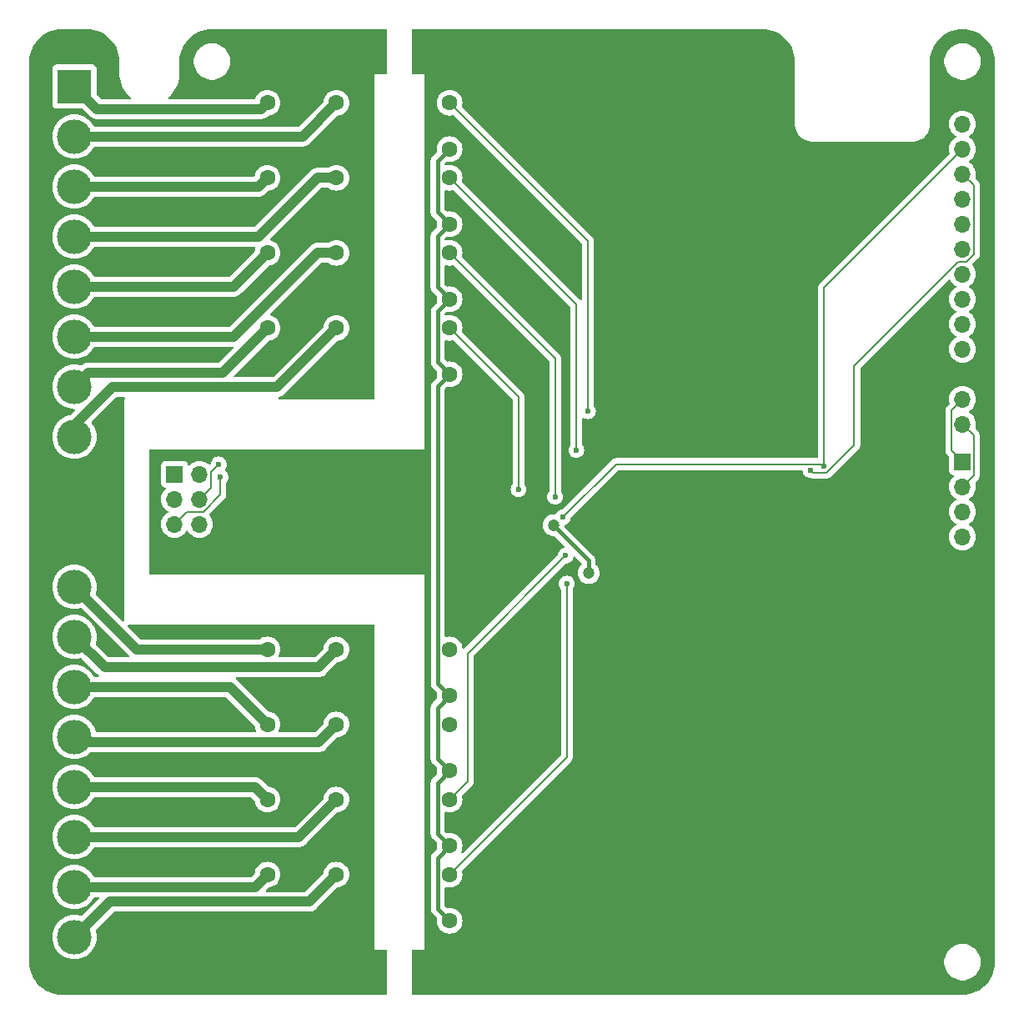
<source format=gbr>
%TF.GenerationSoftware,KiCad,Pcbnew,8.0.3-8.0.3-0~ubuntu22.04.1*%
%TF.CreationDate,2024-08-08T09:54:03+03:00*%
%TF.ProjectId,PM-RQ8,504d2d52-5138-42e6-9b69-6361645f7063,rev?*%
%TF.SameCoordinates,Original*%
%TF.FileFunction,Copper,L2,Bot*%
%TF.FilePolarity,Positive*%
%FSLAX46Y46*%
G04 Gerber Fmt 4.6, Leading zero omitted, Abs format (unit mm)*
G04 Created by KiCad (PCBNEW 8.0.3-8.0.3-0~ubuntu22.04.1) date 2024-08-08 09:54:03*
%MOMM*%
%LPD*%
G01*
G04 APERTURE LIST*
%TA.AperFunction,ComponentPad*%
%ADD10C,1.608000*%
%TD*%
%TA.AperFunction,ComponentPad*%
%ADD11R,3.500000X3.500000*%
%TD*%
%TA.AperFunction,ComponentPad*%
%ADD12C,3.500000*%
%TD*%
%TA.AperFunction,ComponentPad*%
%ADD13O,6.350000X6.350000*%
%TD*%
%TA.AperFunction,ComponentPad*%
%ADD14R,1.700000X1.700000*%
%TD*%
%TA.AperFunction,ComponentPad*%
%ADD15O,1.700000X1.700000*%
%TD*%
%TA.AperFunction,ViaPad*%
%ADD16C,0.600000*%
%TD*%
%TA.AperFunction,ViaPad*%
%ADD17C,1.200000*%
%TD*%
%TA.AperFunction,Conductor*%
%ADD18C,1.000000*%
%TD*%
%TA.AperFunction,Conductor*%
%ADD19C,0.200000*%
%TD*%
%TA.AperFunction,Conductor*%
%ADD20C,0.400000*%
%TD*%
G04 APERTURE END LIST*
D10*
%TO.P,K4,1,1*%
%TO.N,/K4*%
X43180000Y-30860000D03*
%TO.P,K4,2,2*%
%TO.N,Net-(J10-Pin_8)*%
X31680000Y-30860000D03*
%TO.P,K4,3,3*%
%TO.N,Net-(J10-Pin_7)*%
X24680000Y-30860000D03*
%TO.P,K4,4,4*%
%TO.N,+5V*%
X43180000Y-35560000D03*
%TD*%
%TO.P,K5,1,1*%
%TO.N,/K5*%
X43180000Y-63500000D03*
%TO.P,K5,2,2*%
%TO.N,Net-(J10-Pin_12)*%
X31680000Y-63500000D03*
%TO.P,K5,3,3*%
%TO.N,Net-(J10-Pin_11)*%
X24680000Y-63500000D03*
%TO.P,K5,4,4*%
%TO.N,+5V*%
X43180000Y-68200000D03*
%TD*%
D11*
%TO.P,J10,1,Pin_1*%
%TO.N,Net-(J10-Pin_1)*%
X5080000Y-6350000D03*
D12*
%TO.P,J10,2,Pin_2*%
%TO.N,Net-(J10-Pin_2)*%
X5080000Y-11430000D03*
%TO.P,J10,3,Pin_3*%
%TO.N,Net-(J10-Pin_3)*%
X5080000Y-16510000D03*
%TO.P,J10,4,Pin_4*%
%TO.N,Net-(J10-Pin_4)*%
X5080000Y-21590000D03*
%TO.P,J10,5,Pin_5*%
%TO.N,Net-(J10-Pin_5)*%
X5080000Y-26670000D03*
%TO.P,J10,6,Pin_6*%
%TO.N,Net-(J10-Pin_6)*%
X5080000Y-31750000D03*
%TO.P,J10,7,Pin_7*%
%TO.N,Net-(J10-Pin_7)*%
X5080000Y-36830000D03*
%TO.P,J10,8,Pin_8*%
%TO.N,Net-(J10-Pin_8)*%
X5080000Y-41910000D03*
%TO.P,J10,9,Pin_9*%
%TO.N,PE*%
X5080000Y-46990000D03*
%TO.P,J10,10,Pin_10*%
X5080000Y-52070000D03*
%TO.P,J10,11,Pin_11*%
%TO.N,Net-(J10-Pin_11)*%
X5080000Y-57150000D03*
%TO.P,J10,12,Pin_12*%
%TO.N,Net-(J10-Pin_12)*%
X5080000Y-62230000D03*
%TO.P,J10,13,Pin_13*%
%TO.N,Net-(J10-Pin_13)*%
X5080000Y-67310000D03*
%TO.P,J10,14,Pin_14*%
%TO.N,Net-(J10-Pin_14)*%
X5080000Y-72390000D03*
%TO.P,J10,15,Pin_15*%
%TO.N,Net-(J10-Pin_15)*%
X5080000Y-77470000D03*
%TO.P,J10,16,Pin_16*%
%TO.N,Net-(J10-Pin_16)*%
X5080000Y-82550000D03*
%TO.P,J10,17,Pin_17*%
%TO.N,Net-(J10-Pin_17)*%
X5080000Y-87630000D03*
%TO.P,J10,18,Pin_18*%
%TO.N,Net-(J10-Pin_18)*%
X5080000Y-92710000D03*
%TD*%
D10*
%TO.P,K6,1,1*%
%TO.N,/K6*%
X43180000Y-71120000D03*
%TO.P,K6,2,2*%
%TO.N,Net-(J10-Pin_14)*%
X31680000Y-71120000D03*
%TO.P,K6,3,3*%
%TO.N,Net-(J10-Pin_13)*%
X24680000Y-71120000D03*
%TO.P,K6,4,4*%
%TO.N,+5V*%
X43180000Y-75820000D03*
%TD*%
%TO.P,K8,1,1*%
%TO.N,/K8*%
X43180000Y-86360000D03*
%TO.P,K8,2,2*%
%TO.N,Net-(J10-Pin_18)*%
X31680000Y-86360000D03*
%TO.P,K8,3,3*%
%TO.N,Net-(J10-Pin_17)*%
X24680000Y-86360000D03*
%TO.P,K8,4,4*%
%TO.N,+5V*%
X43180000Y-91060000D03*
%TD*%
%TO.P,K1,1,1*%
%TO.N,/K1*%
X43180000Y-8000000D03*
%TO.P,K1,2,2*%
%TO.N,Net-(J10-Pin_2)*%
X31680000Y-8000000D03*
%TO.P,K1,3,3*%
%TO.N,Net-(J10-Pin_1)*%
X24680000Y-8000000D03*
%TO.P,K1,4,4*%
%TO.N,+5V*%
X43180000Y-12700000D03*
%TD*%
%TO.P,K7,1,1*%
%TO.N,/K7*%
X43180000Y-78740000D03*
%TO.P,K7,2,2*%
%TO.N,Net-(J10-Pin_16)*%
X31680000Y-78740000D03*
%TO.P,K7,3,3*%
%TO.N,Net-(J10-Pin_15)*%
X24680000Y-78740000D03*
%TO.P,K7,4,4*%
%TO.N,+5V*%
X43180000Y-83440000D03*
%TD*%
D13*
%TO.P,PE1,1*%
%TO.N,PE*%
X19050000Y-95250000D03*
%TD*%
D14*
%TO.P,J1,1,1*%
%TO.N,+3.3V*%
X15240000Y-45720000D03*
D15*
%TO.P,J1,2,2*%
X17780000Y-45720000D03*
%TO.P,J1,3,3*%
%TO.N,/MOSI*%
X15240000Y-48260000D03*
%TO.P,J1,4,4*%
%TO.N,/SCK*%
X17780000Y-48260000D03*
%TO.P,J1,5,5*%
%TO.N,/MISO*%
X15240000Y-50800000D03*
%TO.P,J1,6,6*%
%TO.N,/CS2*%
X17780000Y-50800000D03*
%TO.P,J1,7,7*%
%TO.N,GND*%
X15240000Y-53340000D03*
%TO.P,J1,8,8*%
X17780000Y-53340000D03*
%TD*%
D10*
%TO.P,K3,1,1*%
%TO.N,/K3*%
X43180000Y-23240000D03*
%TO.P,K3,2,2*%
%TO.N,Net-(J10-Pin_6)*%
X31680000Y-23240000D03*
%TO.P,K3,3,3*%
%TO.N,Net-(J10-Pin_5)*%
X24680000Y-23240000D03*
%TO.P,K3,4,4*%
%TO.N,+5V*%
X43180000Y-27940000D03*
%TD*%
%TO.P,K2,1,1*%
%TO.N,/K2*%
X43180000Y-15620000D03*
%TO.P,K2,2,2*%
%TO.N,Net-(J10-Pin_4)*%
X31680000Y-15620000D03*
%TO.P,K2,3,3*%
%TO.N,Net-(J10-Pin_3)*%
X24680000Y-15620000D03*
%TO.P,K2,4,4*%
%TO.N,+5V*%
X43180000Y-20320000D03*
%TD*%
D14*
%TO.P,J2,1,Pin_1*%
%TO.N,/SDA*%
X95250000Y-44450000D03*
D15*
%TO.P,J2,2,Pin_2*%
%TO.N,/SCL*%
X95250000Y-46990000D03*
%TO.P,J2,3,Pin_3*%
%TO.N,+5V*%
X95250000Y-49530000D03*
%TO.P,J2,4,Pin_4*%
%TO.N,+3.3V*%
X95250000Y-52070000D03*
%TO.P,J2,5,Pin_5*%
%TO.N,GND*%
X95250000Y-54610000D03*
%TD*%
%TO.P,PM1,1,NC*%
%TO.N,unconnected-(PM1-NC-Pad1)*%
X95250000Y-10160000D03*
%TO.P,PM1,2,GPIO2*%
%TO.N,/MOSI*%
X95250000Y-12700000D03*
%TO.P,PM1,3,GPIO3*%
%TO.N,/MISO*%
X95250000Y-15240000D03*
%TO.P,PM1,4,GPIO9*%
%TO.N,/SCK*%
X95250000Y-17780000D03*
%TO.P,PM1,5,GPIO8*%
%TO.N,/CS1*%
X95250000Y-20320000D03*
%TO.P,PM1,6,GPIO7*%
%TO.N,/CS2*%
X95250000Y-22860000D03*
%TO.P,PM1,7,GPIO6*%
%TO.N,unconnected-(PM1-GPIO6-Pad7)*%
X95250000Y-25400000D03*
%TO.P,PM1,8,GPIO5*%
%TO.N,unconnected-(PM1-GPIO5-Pad8)*%
X95250000Y-27940000D03*
%TO.P,PM1,9,GPIO4*%
%TO.N,unconnected-(PM1-GPIO4-Pad9)*%
X95250000Y-30480000D03*
%TO.P,PM1,10,+3.3V*%
%TO.N,+3.3V*%
X95250000Y-33020000D03*
%TO.P,PM1,11,GND*%
%TO.N,GND*%
X95250000Y-35560000D03*
%TO.P,PM1,12,SDA*%
%TO.N,/SDA*%
X95250000Y-38100000D03*
%TO.P,PM1,13,SCL*%
%TO.N,/SCL*%
X95250000Y-40640000D03*
%TO.P,PM1,14,GND*%
%TO.N,GND*%
X68580000Y-2540000D03*
%TD*%
D16*
%TO.N,GND*%
X71120000Y-27940000D03*
X68580000Y-30480000D03*
X71120000Y-43180000D03*
X71120000Y-60960000D03*
X71120000Y-63500000D03*
X68580000Y-27940000D03*
X68580000Y-63500000D03*
X81280000Y-50800000D03*
X45720000Y-53340000D03*
X71120000Y-30480000D03*
X68580000Y-60960000D03*
X78740000Y-50800000D03*
X45720000Y-55880000D03*
%TO.N,/K7*%
X54946000Y-53993000D03*
%TO.N,/K3*%
X53889200Y-48021100D03*
%TO.N,/K8*%
X55073900Y-56827000D03*
%TO.N,/K4*%
X50168200Y-47244100D03*
%TO.N,/K1*%
X57215000Y-39310200D03*
%TO.N,/K2*%
X56040000Y-43261300D03*
D17*
%TO.N,+3.3V*%
X57290500Y-55744000D03*
X53717400Y-50888000D03*
D16*
%TO.N,/MOSI*%
X54669700Y-50092000D03*
X81203000Y-44933000D03*
%TO.N,/MISO*%
X79817000Y-45293600D03*
X19905600Y-46001600D03*
%TO.N,/SCK*%
X19740200Y-44714400D03*
%TD*%
D18*
%TO.N,Net-(J10-Pin_7)*%
X6536000Y-35374000D02*
X5080000Y-36830000D01*
X20166000Y-35374000D02*
X6536000Y-35374000D01*
X24680000Y-30860000D02*
X20166000Y-35374000D01*
%TO.N,Net-(J10-Pin_16)*%
X31680000Y-78740000D02*
X27870000Y-82550000D01*
X27870000Y-82550000D02*
X5080000Y-82550000D01*
%TO.N,Net-(J10-Pin_5)*%
X21250000Y-26670000D02*
X5080000Y-26670000D01*
X24680000Y-23240000D02*
X21250000Y-26670000D01*
D19*
%TO.N,/K7*%
X44995800Y-63943000D02*
X44995800Y-76924000D01*
X44995800Y-76924000D02*
X43180000Y-78740000D01*
X54946000Y-53993000D02*
X44995800Y-63943000D01*
%TO.N,/K3*%
X43180000Y-23240000D02*
X53889200Y-33949200D01*
X53889200Y-33949200D02*
X53889200Y-48021100D01*
%TO.N,/K8*%
X55073900Y-56827000D02*
X55073900Y-74466000D01*
X55073900Y-74466000D02*
X43180000Y-86360000D01*
%TO.N,/K4*%
X43180000Y-30860000D02*
X50168200Y-37848200D01*
X50168200Y-37848200D02*
X50168200Y-47244100D01*
%TO.N,/K1*%
X57215000Y-22035000D02*
X43180000Y-8000000D01*
X57215000Y-39310200D02*
X57215000Y-22035000D01*
%TO.N,/K2*%
X56040000Y-28480000D02*
X56040000Y-43261300D01*
X43180000Y-15620000D02*
X56040000Y-28480000D01*
%TO.N,/SCL*%
X95250000Y-40640000D02*
X96402000Y-41792000D01*
X96402000Y-45838000D02*
X95250000Y-46990000D01*
X96402000Y-41792000D02*
X96402000Y-45838000D01*
%TO.N,/SDA*%
X94098000Y-39252000D02*
X95250000Y-38100000D01*
X95250000Y-44450000D02*
X94098000Y-43298000D01*
X94098000Y-43298000D02*
X94098000Y-39252000D01*
D18*
%TO.N,Net-(J10-Pin_4)*%
X31680000Y-15620000D02*
X29748758Y-15620000D01*
X23778758Y-21590000D02*
X5080000Y-21590000D01*
X29748758Y-15620000D02*
X23778758Y-21590000D01*
%TO.N,Net-(J10-Pin_6)*%
X21238758Y-31750000D02*
X5080000Y-31750000D01*
X29748758Y-23240000D02*
X21238758Y-31750000D01*
X31680000Y-23240000D02*
X29748758Y-23240000D01*
%TO.N,Net-(J10-Pin_14)*%
X5614000Y-72924000D02*
X5080000Y-72390000D01*
X31680000Y-71120000D02*
X29876000Y-72924000D01*
X29876000Y-72924000D02*
X5614000Y-72924000D01*
%TO.N,Net-(J10-Pin_8)*%
X25666000Y-36874000D02*
X8925088Y-36874000D01*
X31680000Y-30860000D02*
X25666000Y-36874000D01*
X8925088Y-36874000D02*
X5080000Y-40719088D01*
X5080000Y-40719088D02*
X5080000Y-41910000D01*
%TO.N,Net-(J10-Pin_15)*%
X23410000Y-77470000D02*
X5080000Y-77470000D01*
X24680000Y-78740000D02*
X23410000Y-77470000D01*
%TO.N,Net-(J10-Pin_13)*%
X24680000Y-71120000D02*
X20870000Y-67310000D01*
X20870000Y-67310000D02*
X5080000Y-67310000D01*
%TO.N,Net-(J10-Pin_12)*%
X31680000Y-63500000D02*
X29876000Y-65304000D01*
X8154000Y-65304000D02*
X5080000Y-62230000D01*
X29876000Y-65304000D02*
X8154000Y-65304000D01*
%TO.N,Net-(J10-Pin_2)*%
X28250000Y-11430000D02*
X5080000Y-11430000D01*
X31680000Y-8000000D02*
X28250000Y-11430000D01*
%TO.N,Net-(J10-Pin_3)*%
X23790000Y-16510000D02*
X5080000Y-16510000D01*
X24680000Y-15620000D02*
X23790000Y-16510000D01*
%TO.N,Net-(J10-Pin_1)*%
X24680000Y-8000000D02*
X24048831Y-8631169D01*
X7361169Y-8631169D02*
X5080000Y-6350000D01*
X24048831Y-8631169D02*
X7361169Y-8631169D01*
%TO.N,Net-(J10-Pin_11)*%
X11430000Y-63500000D02*
X5080000Y-57150000D01*
X24680000Y-63500000D02*
X11430000Y-63500000D01*
D20*
%TO.N,+5V*%
X41974300Y-36765700D02*
X43180000Y-35560000D01*
X41943500Y-13936500D02*
X41943500Y-19083500D01*
X41974300Y-84646000D02*
X41974300Y-89854000D01*
X41972700Y-29147300D02*
X41972700Y-34352700D01*
X43180000Y-12700000D02*
X41943500Y-13936500D01*
X43180000Y-68200000D02*
X41943500Y-69436000D01*
X43180000Y-68200000D02*
X41974300Y-66994000D01*
X43180000Y-75820000D02*
X41943500Y-77056000D01*
X41943500Y-74584000D02*
X43180000Y-75820000D01*
X41943500Y-26703500D02*
X43180000Y-27940000D01*
X41974300Y-66994000D02*
X41974300Y-36765700D01*
X43180000Y-20320000D02*
X41943500Y-21556500D01*
X41943500Y-82204000D02*
X43180000Y-83440000D01*
X43180000Y-83440000D02*
X41974300Y-84646000D01*
X41943500Y-69436000D02*
X41943500Y-74584000D01*
X41972700Y-34352700D02*
X43180000Y-35560000D01*
X41943500Y-19083500D02*
X43180000Y-20320000D01*
X43180000Y-27940000D02*
X41972700Y-29147300D01*
X41943500Y-77056000D02*
X41943500Y-82204000D01*
X41974300Y-89854000D02*
X43180000Y-91060000D01*
X41943500Y-21556500D02*
X41943500Y-26703500D01*
%TO.N,+3.3V*%
X57290500Y-54461000D02*
X53717400Y-50888000D01*
X57290500Y-55744000D02*
X57290500Y-54461000D01*
D19*
%TO.N,/MOSI*%
X95250000Y-12700000D02*
X81203000Y-26747000D01*
X81203000Y-44687100D02*
X60074300Y-44687100D01*
X81203000Y-44687100D02*
X81203000Y-44933000D01*
X60074300Y-44687100D02*
X54669700Y-50092000D01*
X81203000Y-26747000D02*
X81203000Y-44687100D01*
%TO.N,/MISO*%
X81464000Y-45534800D02*
X80058000Y-45534800D01*
X80058000Y-45534800D02*
X79817000Y-45293600D01*
X95250000Y-15240000D02*
X96407000Y-16397000D01*
X96407000Y-23359900D02*
X95637000Y-24130000D01*
X19905600Y-47770600D02*
X18146200Y-49530000D01*
X94847000Y-24130000D02*
X84257000Y-34720100D01*
X84257000Y-42741900D02*
X81464000Y-45534800D01*
X16510000Y-49530000D02*
X15240000Y-50800000D01*
X19905600Y-46001600D02*
X19905600Y-47770600D01*
X96407000Y-16397000D02*
X96407000Y-23359900D01*
X18146200Y-49530000D02*
X16510000Y-49530000D01*
X84257000Y-34720100D02*
X84257000Y-42741900D01*
X95637000Y-24130000D02*
X94847000Y-24130000D01*
%TO.N,/SCK*%
X18930000Y-47110000D02*
X17780000Y-48260000D01*
X19740200Y-44714400D02*
X18930000Y-45524600D01*
X18930000Y-45524600D02*
X18930000Y-47110000D01*
D18*
%TO.N,Net-(J10-Pin_17)*%
X23410000Y-87630000D02*
X5080000Y-87630000D01*
X24680000Y-86360000D02*
X23410000Y-87630000D01*
%TO.N,Net-(J10-Pin_18)*%
X28910000Y-89130000D02*
X8660000Y-89130000D01*
X8660000Y-89130000D02*
X5080000Y-92710000D01*
X31680000Y-86360000D02*
X28910000Y-89130000D01*
%TD*%
%TA.AperFunction,Conductor*%
%TO.N,PE*%
G36*
X6353243Y-500669D02*
G01*
X6689450Y-518290D01*
X6702358Y-519647D01*
X7031677Y-571806D01*
X7044342Y-574497D01*
X7366422Y-660798D01*
X7378749Y-664803D01*
X7690038Y-784296D01*
X7701873Y-789565D01*
X7998976Y-940947D01*
X8010191Y-947423D01*
X8289832Y-1129023D01*
X8300313Y-1136638D01*
X8559441Y-1346475D01*
X8569086Y-1355160D01*
X8804839Y-1590913D01*
X8813524Y-1600558D01*
X9023359Y-1859683D01*
X9030978Y-1870171D01*
X9212573Y-2149802D01*
X9219055Y-2161029D01*
X9348834Y-2415733D01*
X9370429Y-2458115D01*
X9375708Y-2469972D01*
X9495193Y-2781241D01*
X9499204Y-2793586D01*
X9585498Y-3115642D01*
X9588196Y-3128337D01*
X9640352Y-3457641D01*
X9641709Y-3470549D01*
X9659330Y-3806756D01*
X9659500Y-3813246D01*
X9659500Y-5239342D01*
X9692812Y-5556295D01*
X9692813Y-5556296D01*
X9759070Y-5868014D01*
X9759071Y-5868015D01*
X9759072Y-5868019D01*
X9857553Y-6171113D01*
X9924540Y-6321569D01*
X9987178Y-6462257D01*
X9987181Y-6462262D01*
X10146520Y-6738246D01*
X10146520Y-6738247D01*
X10333851Y-6996083D01*
X10429267Y-7102052D01*
X10547091Y-7232909D01*
X10676945Y-7349830D01*
X10748789Y-7414519D01*
X10785438Y-7474006D01*
X10784107Y-7543863D01*
X10745221Y-7601911D01*
X10681124Y-7629721D01*
X10665817Y-7630669D01*
X7826951Y-7630669D01*
X7759912Y-7610984D01*
X7739270Y-7594350D01*
X7366818Y-7221898D01*
X7333333Y-7160575D01*
X7330499Y-7134217D01*
X7330499Y-4552129D01*
X7330498Y-4552123D01*
X7330497Y-4552116D01*
X7324091Y-4492517D01*
X7273796Y-4357669D01*
X7273795Y-4357668D01*
X7273793Y-4357664D01*
X7187547Y-4242455D01*
X7187544Y-4242452D01*
X7072335Y-4156206D01*
X7072328Y-4156202D01*
X6937482Y-4105908D01*
X6937483Y-4105908D01*
X6877883Y-4099501D01*
X6877881Y-4099500D01*
X6877873Y-4099500D01*
X6877864Y-4099500D01*
X3282129Y-4099500D01*
X3282123Y-4099501D01*
X3222516Y-4105908D01*
X3087671Y-4156202D01*
X3087664Y-4156206D01*
X2972455Y-4242452D01*
X2972452Y-4242455D01*
X2886206Y-4357664D01*
X2886202Y-4357671D01*
X2835908Y-4492517D01*
X2829501Y-4552116D01*
X2829501Y-4552123D01*
X2829500Y-4552135D01*
X2829500Y-8147870D01*
X2829501Y-8147876D01*
X2835908Y-8207483D01*
X2886202Y-8342328D01*
X2886206Y-8342335D01*
X2972452Y-8457544D01*
X2972455Y-8457547D01*
X3087664Y-8543793D01*
X3087671Y-8543797D01*
X3222517Y-8594091D01*
X3222516Y-8594091D01*
X3229444Y-8594835D01*
X3282127Y-8600500D01*
X5864217Y-8600499D01*
X5931256Y-8620184D01*
X5951898Y-8636818D01*
X6580904Y-9265824D01*
X6580933Y-9265855D01*
X6723383Y-9408305D01*
X6723387Y-9408308D01*
X6887248Y-9517797D01*
X6887261Y-9517804D01*
X7016002Y-9571130D01*
X7058913Y-9588904D01*
X7069333Y-9593220D01*
X7165981Y-9612444D01*
X7214304Y-9622056D01*
X7262627Y-9631669D01*
X7262628Y-9631669D01*
X24147373Y-9631669D01*
X24166701Y-9627824D01*
X24244019Y-9612444D01*
X24340667Y-9593220D01*
X24393996Y-9571130D01*
X24522745Y-9517801D01*
X24686613Y-9408308D01*
X24763635Y-9331284D01*
X24824956Y-9297801D01*
X24840500Y-9295440D01*
X24907389Y-9289589D01*
X25127870Y-9230512D01*
X25334742Y-9134046D01*
X25521719Y-9003122D01*
X25683122Y-8841719D01*
X25814046Y-8654742D01*
X25910512Y-8447870D01*
X25969589Y-8227389D01*
X25989483Y-8000000D01*
X25969589Y-7772611D01*
X25910512Y-7552130D01*
X25814046Y-7345259D01*
X25814044Y-7345255D01*
X25683121Y-7158280D01*
X25521722Y-6996881D01*
X25521712Y-6996872D01*
X25334745Y-6865955D01*
X25334741Y-6865953D01*
X25231306Y-6817721D01*
X25127870Y-6769488D01*
X25127866Y-6769487D01*
X25127862Y-6769485D01*
X24907394Y-6710412D01*
X24907390Y-6710411D01*
X24907389Y-6710411D01*
X24907388Y-6710410D01*
X24907383Y-6710410D01*
X24680002Y-6690517D01*
X24679998Y-6690517D01*
X24452616Y-6710410D01*
X24452605Y-6710412D01*
X24232137Y-6769485D01*
X24232128Y-6769489D01*
X24025259Y-6865953D01*
X24025255Y-6865955D01*
X23838280Y-6996878D01*
X23676878Y-7158280D01*
X23545955Y-7345255D01*
X23545953Y-7345259D01*
X23447200Y-7557037D01*
X23445373Y-7556185D01*
X23409146Y-7605363D01*
X23343871Y-7630282D01*
X23334076Y-7630669D01*
X14734183Y-7630669D01*
X14667144Y-7610984D01*
X14621389Y-7558180D01*
X14611445Y-7489022D01*
X14640470Y-7425466D01*
X14651211Y-7414519D01*
X14696690Y-7373568D01*
X14852909Y-7232909D01*
X15065432Y-6996878D01*
X15066148Y-6996083D01*
X15066148Y-6996081D01*
X15066155Y-6996075D01*
X15253478Y-6738248D01*
X15412824Y-6462253D01*
X15542447Y-6171113D01*
X15640928Y-5868019D01*
X15707188Y-5556292D01*
X15740500Y-5239346D01*
X15740500Y-5080000D01*
X15740500Y-5014108D01*
X15740500Y-3813246D01*
X15740670Y-3806756D01*
X15743953Y-3744108D01*
X15746856Y-3688711D01*
X17199500Y-3688711D01*
X17199500Y-3931288D01*
X17231161Y-4171785D01*
X17293947Y-4406104D01*
X17386773Y-4630205D01*
X17386776Y-4630212D01*
X17508064Y-4840289D01*
X17508066Y-4840292D01*
X17508067Y-4840293D01*
X17655733Y-5032736D01*
X17655739Y-5032743D01*
X17827256Y-5204260D01*
X17827263Y-5204266D01*
X17917082Y-5273186D01*
X18019711Y-5351936D01*
X18229788Y-5473224D01*
X18453900Y-5566054D01*
X18688211Y-5628838D01*
X18868586Y-5652584D01*
X18928711Y-5660500D01*
X18928712Y-5660500D01*
X19171289Y-5660500D01*
X19219388Y-5654167D01*
X19411789Y-5628838D01*
X19646100Y-5566054D01*
X19870212Y-5473224D01*
X20080289Y-5351936D01*
X20272738Y-5204265D01*
X20444265Y-5032738D01*
X20591936Y-4840289D01*
X20713224Y-4630212D01*
X20806054Y-4406100D01*
X20868838Y-4171789D01*
X20900500Y-3931288D01*
X20900500Y-3688712D01*
X20868838Y-3448211D01*
X20806054Y-3213900D01*
X20713224Y-2989788D01*
X20591936Y-2779711D01*
X20444265Y-2587262D01*
X20444260Y-2587256D01*
X20272743Y-2415739D01*
X20272736Y-2415733D01*
X20080293Y-2268067D01*
X20080292Y-2268066D01*
X20080289Y-2268064D01*
X19894909Y-2161035D01*
X19870214Y-2146777D01*
X19870205Y-2146773D01*
X19646104Y-2053947D01*
X19411785Y-1991161D01*
X19171289Y-1959500D01*
X19171288Y-1959500D01*
X18928712Y-1959500D01*
X18928711Y-1959500D01*
X18688214Y-1991161D01*
X18453895Y-2053947D01*
X18229794Y-2146773D01*
X18229785Y-2146777D01*
X18019706Y-2268067D01*
X17827263Y-2415733D01*
X17827256Y-2415739D01*
X17655739Y-2587256D01*
X17655733Y-2587263D01*
X17508067Y-2779706D01*
X17386777Y-2989785D01*
X17386773Y-2989794D01*
X17293947Y-3213895D01*
X17231161Y-3448214D01*
X17199500Y-3688711D01*
X15746856Y-3688711D01*
X15758290Y-3470547D01*
X15759647Y-3457641D01*
X15761141Y-3448211D01*
X15811806Y-3128318D01*
X15814496Y-3115661D01*
X15900799Y-2793571D01*
X15904801Y-2781256D01*
X16024298Y-2469954D01*
X16029561Y-2458133D01*
X16180951Y-2161014D01*
X16187417Y-2149816D01*
X16369029Y-1870158D01*
X16376631Y-1859695D01*
X16586483Y-1600548D01*
X16595150Y-1590923D01*
X16830923Y-1355150D01*
X16840548Y-1346483D01*
X17099695Y-1136631D01*
X17110158Y-1129029D01*
X17389816Y-947417D01*
X17401014Y-940951D01*
X17698133Y-789561D01*
X17709954Y-784298D01*
X18021256Y-664801D01*
X18033571Y-660799D01*
X18355661Y-574496D01*
X18368318Y-571806D01*
X18697643Y-519646D01*
X18710547Y-518290D01*
X19046756Y-500669D01*
X19053246Y-500500D01*
X36706000Y-500500D01*
X36773039Y-520185D01*
X36818794Y-572989D01*
X36830000Y-624500D01*
X36830000Y-4956000D01*
X36810315Y-5023039D01*
X36757511Y-5068794D01*
X36706000Y-5080000D01*
X35560000Y-5080000D01*
X35560000Y-37976000D01*
X35540315Y-38043039D01*
X35487511Y-38088794D01*
X35436000Y-38100000D01*
X25889864Y-38100000D01*
X25822825Y-38080315D01*
X25777070Y-38027511D01*
X25767126Y-37958353D01*
X25796151Y-37894797D01*
X25854929Y-37857023D01*
X25865659Y-37854385D01*
X25957836Y-37836051D01*
X26011165Y-37813961D01*
X26139914Y-37760632D01*
X26303782Y-37651139D01*
X26443139Y-37511782D01*
X26443139Y-37511780D01*
X26453347Y-37501573D01*
X26453349Y-37501570D01*
X31763634Y-32191284D01*
X31824955Y-32157801D01*
X31840496Y-32155440D01*
X31907389Y-32149589D01*
X32127870Y-32090512D01*
X32334742Y-31994046D01*
X32521719Y-31863122D01*
X32683122Y-31701719D01*
X32814046Y-31514742D01*
X32910512Y-31307870D01*
X32969589Y-31087389D01*
X32989483Y-30860000D01*
X32969589Y-30632611D01*
X32910512Y-30412130D01*
X32814046Y-30205259D01*
X32814044Y-30205255D01*
X32683121Y-30018280D01*
X32521722Y-29856881D01*
X32521712Y-29856872D01*
X32334745Y-29725955D01*
X32334741Y-29725953D01*
X32231306Y-29677721D01*
X32127870Y-29629488D01*
X32127866Y-29629487D01*
X32127862Y-29629485D01*
X31907394Y-29570412D01*
X31907390Y-29570411D01*
X31907389Y-29570411D01*
X31907388Y-29570410D01*
X31907383Y-29570410D01*
X31680002Y-29550517D01*
X31679998Y-29550517D01*
X31452616Y-29570410D01*
X31452605Y-29570412D01*
X31232137Y-29629485D01*
X31232128Y-29629489D01*
X31025259Y-29725953D01*
X31025255Y-29725955D01*
X30838280Y-29856878D01*
X30676878Y-30018280D01*
X30545955Y-30205255D01*
X30545953Y-30205259D01*
X30449489Y-30412128D01*
X30449485Y-30412137D01*
X30390412Y-30632605D01*
X30390410Y-30632614D01*
X30384559Y-30699494D01*
X30359106Y-30764562D01*
X30348712Y-30776366D01*
X25287899Y-35837181D01*
X25226576Y-35870666D01*
X25200218Y-35873500D01*
X21380782Y-35873500D01*
X21313743Y-35853815D01*
X21267988Y-35801011D01*
X21258044Y-35731853D01*
X21287069Y-35668297D01*
X21293101Y-35661819D01*
X22078092Y-34876828D01*
X24763633Y-32191285D01*
X24824954Y-32157802D01*
X24840498Y-32155441D01*
X24907389Y-32149589D01*
X25127870Y-32090512D01*
X25334742Y-31994046D01*
X25521719Y-31863122D01*
X25683122Y-31701719D01*
X25814046Y-31514742D01*
X25910512Y-31307870D01*
X25969589Y-31087389D01*
X25989483Y-30860000D01*
X25969589Y-30632611D01*
X25910512Y-30412130D01*
X25814046Y-30205259D01*
X25814044Y-30205255D01*
X25683121Y-30018280D01*
X25521722Y-29856881D01*
X25521712Y-29856872D01*
X25334745Y-29725955D01*
X25334741Y-29725953D01*
X25231306Y-29677721D01*
X25127870Y-29629488D01*
X25127866Y-29629487D01*
X25127862Y-29629485D01*
X25056386Y-29610334D01*
X24996725Y-29573969D01*
X24966196Y-29511123D01*
X24974490Y-29441747D01*
X25000795Y-29402881D01*
X30126860Y-24276819D01*
X30188183Y-24243334D01*
X30214541Y-24240500D01*
X30795439Y-24240500D01*
X30862478Y-24260185D01*
X30866547Y-24262914D01*
X31025258Y-24374046D01*
X31232130Y-24470512D01*
X31452611Y-24529589D01*
X31615031Y-24543799D01*
X31679998Y-24549483D01*
X31680000Y-24549483D01*
X31680002Y-24549483D01*
X31736847Y-24544509D01*
X31907389Y-24529589D01*
X32127870Y-24470512D01*
X32334742Y-24374046D01*
X32521719Y-24243122D01*
X32683122Y-24081719D01*
X32814046Y-23894742D01*
X32910512Y-23687870D01*
X32969589Y-23467389D01*
X32989483Y-23240000D01*
X32969589Y-23012611D01*
X32910512Y-22792130D01*
X32814046Y-22585259D01*
X32814044Y-22585255D01*
X32683121Y-22398280D01*
X32521722Y-22236881D01*
X32521712Y-22236872D01*
X32334745Y-22105955D01*
X32334741Y-22105953D01*
X32231306Y-22057721D01*
X32127870Y-22009488D01*
X32127866Y-22009487D01*
X32127862Y-22009485D01*
X31907394Y-21950412D01*
X31907390Y-21950411D01*
X31907389Y-21950411D01*
X31907388Y-21950410D01*
X31907383Y-21950410D01*
X31680002Y-21930517D01*
X31679998Y-21930517D01*
X31452616Y-21950410D01*
X31452605Y-21950412D01*
X31232137Y-22009485D01*
X31232128Y-22009489D01*
X31025261Y-22105952D01*
X30967919Y-22146103D01*
X30866561Y-22217075D01*
X30800358Y-22239402D01*
X30795440Y-22239500D01*
X29650214Y-22239500D01*
X29456929Y-22277947D01*
X29456921Y-22277949D01*
X29408959Y-22297816D01*
X29408958Y-22297816D01*
X29274850Y-22353364D01*
X29274838Y-22353371D01*
X29207627Y-22398281D01*
X29207626Y-22398281D01*
X29110980Y-22462857D01*
X29110972Y-22462863D01*
X20860657Y-30713181D01*
X20799334Y-30746666D01*
X20772976Y-30749500D01*
X7172990Y-30749500D01*
X7105951Y-30729815D01*
X7061778Y-30680344D01*
X7033172Y-30622336D01*
X6869273Y-30377043D01*
X6826655Y-30328447D01*
X6674758Y-30155241D01*
X6452955Y-29960725D01*
X6207667Y-29796829D01*
X6207660Y-29796825D01*
X5943080Y-29666349D01*
X5663730Y-29571521D01*
X5663724Y-29571519D01*
X5663722Y-29571519D01*
X5374380Y-29513966D01*
X5374373Y-29513965D01*
X5374363Y-29513964D01*
X5080007Y-29494671D01*
X5079993Y-29494671D01*
X4785636Y-29513964D01*
X4785624Y-29513965D01*
X4785620Y-29513966D01*
X4785612Y-29513967D01*
X4785609Y-29513968D01*
X4496283Y-29571518D01*
X4496269Y-29571521D01*
X4216919Y-29666349D01*
X3952334Y-29796828D01*
X3707041Y-29960728D01*
X3485241Y-30155241D01*
X3290728Y-30377041D01*
X3126828Y-30622334D01*
X2996349Y-30886919D01*
X2901521Y-31166269D01*
X2901518Y-31166283D01*
X2843968Y-31455609D01*
X2843964Y-31455636D01*
X2824671Y-31749992D01*
X2824671Y-31750007D01*
X2843964Y-32044363D01*
X2843965Y-32044373D01*
X2843966Y-32044380D01*
X2866839Y-32159374D01*
X2901518Y-32333716D01*
X2901521Y-32333730D01*
X2996349Y-32613080D01*
X3126825Y-32877660D01*
X3126829Y-32877667D01*
X3290725Y-33122955D01*
X3485241Y-33344758D01*
X3707043Y-33539273D01*
X3952335Y-33703172D01*
X4216923Y-33833652D01*
X4496278Y-33928481D01*
X4785620Y-33986034D01*
X4813888Y-33987886D01*
X5079993Y-34005329D01*
X5080000Y-34005329D01*
X5080007Y-34005329D01*
X5315675Y-33989881D01*
X5374380Y-33986034D01*
X5663722Y-33928481D01*
X5943077Y-33833652D01*
X6207665Y-33703172D01*
X6452957Y-33539273D01*
X6674758Y-33344758D01*
X6869273Y-33122957D01*
X7033172Y-32877665D01*
X7061778Y-32819655D01*
X7109084Y-32768237D01*
X7172991Y-32750500D01*
X21075217Y-32750500D01*
X21142256Y-32770185D01*
X21188011Y-32822989D01*
X21197955Y-32892147D01*
X21168930Y-32955703D01*
X21162898Y-32962181D01*
X19787899Y-34337181D01*
X19726576Y-34370666D01*
X19700218Y-34373500D01*
X6437455Y-34373500D01*
X6340812Y-34392724D01*
X6244167Y-34411947D01*
X6244161Y-34411949D01*
X6190834Y-34434037D01*
X6190834Y-34434038D01*
X6145315Y-34452892D01*
X6062089Y-34487366D01*
X6062079Y-34487371D01*
X5898221Y-34596858D01*
X5898215Y-34596862D01*
X5852504Y-34642573D01*
X5791181Y-34676057D01*
X5724966Y-34672309D01*
X5710527Y-34667407D01*
X5663730Y-34651521D01*
X5663724Y-34651519D01*
X5663722Y-34651519D01*
X5374380Y-34593966D01*
X5374373Y-34593965D01*
X5374363Y-34593964D01*
X5080007Y-34574671D01*
X5079993Y-34574671D01*
X4785636Y-34593964D01*
X4785624Y-34593965D01*
X4785620Y-34593966D01*
X4785612Y-34593967D01*
X4785609Y-34593968D01*
X4496283Y-34651518D01*
X4496269Y-34651521D01*
X4216919Y-34746349D01*
X3952334Y-34876828D01*
X3707041Y-35040728D01*
X3485241Y-35235241D01*
X3290728Y-35457041D01*
X3126828Y-35702334D01*
X2996349Y-35966919D01*
X2901521Y-36246269D01*
X2901518Y-36246283D01*
X2843968Y-36535609D01*
X2843964Y-36535636D01*
X2824671Y-36829992D01*
X2824671Y-36830007D01*
X2843964Y-37124363D01*
X2843965Y-37124373D01*
X2843966Y-37124380D01*
X2843968Y-37124390D01*
X2901518Y-37413716D01*
X2901521Y-37413730D01*
X2996349Y-37693080D01*
X3126825Y-37957660D01*
X3126829Y-37957667D01*
X3290725Y-38202955D01*
X3485241Y-38424758D01*
X3707044Y-38619274D01*
X3858251Y-38720307D01*
X3952335Y-38783172D01*
X4216923Y-38913652D01*
X4496278Y-39008481D01*
X4785620Y-39066034D01*
X5012292Y-39080891D01*
X5077897Y-39104917D01*
X5120101Y-39160601D01*
X5125500Y-39230262D01*
X5092380Y-39291783D01*
X5091860Y-39292306D01*
X4718072Y-39666094D01*
X4656749Y-39699579D01*
X4654582Y-39700030D01*
X4496285Y-39731517D01*
X4496270Y-39731521D01*
X4216919Y-39826349D01*
X3952334Y-39956828D01*
X3707041Y-40120728D01*
X3485241Y-40315241D01*
X3290728Y-40537041D01*
X3126828Y-40782334D01*
X2996349Y-41046919D01*
X2901521Y-41326269D01*
X2901518Y-41326283D01*
X2843968Y-41615609D01*
X2843964Y-41615636D01*
X2824671Y-41909992D01*
X2824671Y-41910007D01*
X2843964Y-42204363D01*
X2843965Y-42204373D01*
X2843966Y-42204380D01*
X2843968Y-42204390D01*
X2901518Y-42493716D01*
X2901521Y-42493730D01*
X2996349Y-42773080D01*
X3126825Y-43037660D01*
X3126829Y-43037667D01*
X3290725Y-43282955D01*
X3485241Y-43504758D01*
X3707043Y-43699273D01*
X3952335Y-43863172D01*
X4216923Y-43993652D01*
X4496278Y-44088481D01*
X4785620Y-44146034D01*
X4813888Y-44147886D01*
X5079993Y-44165329D01*
X5080000Y-44165329D01*
X5080007Y-44165329D01*
X5315675Y-44149881D01*
X5374380Y-44146034D01*
X5663722Y-44088481D01*
X5943077Y-43993652D01*
X6207665Y-43863172D01*
X6452957Y-43699273D01*
X6674758Y-43504758D01*
X6869273Y-43282957D01*
X7033172Y-43037665D01*
X7163652Y-42773077D01*
X7258481Y-42493722D01*
X7316034Y-42204380D01*
X7335329Y-41910000D01*
X7335329Y-41909992D01*
X7316035Y-41615636D01*
X7316034Y-41615620D01*
X7258481Y-41326278D01*
X7163652Y-41046923D01*
X7033172Y-40782336D01*
X6938066Y-40640000D01*
X6869274Y-40537044D01*
X6867833Y-40535401D01*
X6855996Y-40521904D01*
X6826594Y-40458526D01*
X6836124Y-40389309D01*
X6861540Y-40352467D01*
X9303190Y-37910819D01*
X9364513Y-37877334D01*
X9390871Y-37874500D01*
X10086138Y-37874500D01*
X10153177Y-37894185D01*
X10198932Y-37946989D01*
X10208876Y-38016147D01*
X10179851Y-38079703D01*
X10173819Y-38086181D01*
X10160000Y-38100000D01*
X10160000Y-60515718D01*
X10140315Y-60582757D01*
X10087511Y-60628512D01*
X10018353Y-60638456D01*
X9954797Y-60609431D01*
X9948319Y-60603399D01*
X7267428Y-57922508D01*
X7233943Y-57861185D01*
X7237689Y-57794969D01*
X7258481Y-57733722D01*
X7316034Y-57444380D01*
X7331010Y-57215892D01*
X7335329Y-57150007D01*
X7335329Y-57149992D01*
X7316035Y-56855636D01*
X7316034Y-56855620D01*
X7258481Y-56566278D01*
X7163652Y-56286923D01*
X7033172Y-56022336D01*
X6869273Y-55777043D01*
X6826655Y-55728447D01*
X6674758Y-55555241D01*
X6452955Y-55360725D01*
X6207667Y-55196829D01*
X6207660Y-55196825D01*
X5943080Y-55066349D01*
X5663730Y-54971521D01*
X5663724Y-54971519D01*
X5663722Y-54971519D01*
X5374380Y-54913966D01*
X5374373Y-54913965D01*
X5374363Y-54913964D01*
X5080007Y-54894671D01*
X5079993Y-54894671D01*
X4785636Y-54913964D01*
X4785624Y-54913965D01*
X4785620Y-54913966D01*
X4785612Y-54913967D01*
X4785609Y-54913968D01*
X4496283Y-54971518D01*
X4496269Y-54971521D01*
X4216919Y-55066349D01*
X3952334Y-55196828D01*
X3707041Y-55360728D01*
X3485241Y-55555241D01*
X3290728Y-55777041D01*
X3126828Y-56022334D01*
X2996349Y-56286919D01*
X2901521Y-56566269D01*
X2901518Y-56566283D01*
X2843968Y-56855609D01*
X2843964Y-56855636D01*
X2824671Y-57149992D01*
X2824671Y-57150007D01*
X2843964Y-57444363D01*
X2843965Y-57444373D01*
X2843966Y-57444380D01*
X2901517Y-57733714D01*
X2901518Y-57733716D01*
X2901521Y-57733730D01*
X2996349Y-58013080D01*
X3126825Y-58277660D01*
X3126829Y-58277667D01*
X3290725Y-58522955D01*
X3485241Y-58744758D01*
X3707044Y-58939274D01*
X3858251Y-59040307D01*
X3952335Y-59103172D01*
X4216923Y-59233652D01*
X4496278Y-59328481D01*
X4785620Y-59386034D01*
X4813888Y-59387886D01*
X5079993Y-59405329D01*
X5080000Y-59405329D01*
X5080007Y-59405329D01*
X5315675Y-59389881D01*
X5374380Y-59386034D01*
X5663722Y-59328481D01*
X5724968Y-59307689D01*
X5794776Y-59304780D01*
X5852508Y-59337428D01*
X10606899Y-64091819D01*
X10640384Y-64153142D01*
X10635400Y-64222834D01*
X10593528Y-64278767D01*
X10528064Y-64303184D01*
X10519218Y-64303500D01*
X8619783Y-64303500D01*
X8552744Y-64283815D01*
X8532102Y-64267181D01*
X7267428Y-63002508D01*
X7233943Y-62941185D01*
X7237689Y-62874969D01*
X7258481Y-62813722D01*
X7316034Y-62524380D01*
X7335329Y-62230000D01*
X7335329Y-62229992D01*
X7316035Y-61935636D01*
X7316034Y-61935620D01*
X7258481Y-61646278D01*
X7163652Y-61366923D01*
X7033172Y-61102336D01*
X7020920Y-61084000D01*
X6951219Y-60979685D01*
X6869273Y-60857043D01*
X6677577Y-60638456D01*
X6674758Y-60635241D01*
X6452955Y-60440725D01*
X6207667Y-60276829D01*
X6207660Y-60276825D01*
X5943080Y-60146349D01*
X5663730Y-60051521D01*
X5663724Y-60051519D01*
X5663722Y-60051519D01*
X5374380Y-59993966D01*
X5374373Y-59993965D01*
X5374363Y-59993964D01*
X5080007Y-59974671D01*
X5079993Y-59974671D01*
X4785636Y-59993964D01*
X4785624Y-59993965D01*
X4785620Y-59993966D01*
X4785612Y-59993967D01*
X4785609Y-59993968D01*
X4496283Y-60051518D01*
X4496269Y-60051521D01*
X4216919Y-60146349D01*
X3952334Y-60276828D01*
X3707041Y-60440728D01*
X3485241Y-60635241D01*
X3290728Y-60857041D01*
X3126828Y-61102334D01*
X2996349Y-61366919D01*
X2901521Y-61646269D01*
X2901518Y-61646283D01*
X2843968Y-61935609D01*
X2843964Y-61935636D01*
X2824671Y-62229992D01*
X2824671Y-62230007D01*
X2843964Y-62524363D01*
X2843965Y-62524373D01*
X2843966Y-62524380D01*
X2901517Y-62813714D01*
X2901518Y-62813716D01*
X2901521Y-62813730D01*
X2996349Y-63093080D01*
X3126825Y-63357660D01*
X3126829Y-63357667D01*
X3290725Y-63602955D01*
X3485241Y-63824758D01*
X3707044Y-64019274D01*
X3909791Y-64154745D01*
X3952335Y-64183172D01*
X4216923Y-64313652D01*
X4496278Y-64408481D01*
X4785620Y-64466034D01*
X4813888Y-64467886D01*
X5079993Y-64485329D01*
X5080000Y-64485329D01*
X5080007Y-64485329D01*
X5315675Y-64469881D01*
X5374380Y-64466034D01*
X5663722Y-64408481D01*
X5724968Y-64387689D01*
X5794776Y-64384780D01*
X5852507Y-64417427D01*
X7376860Y-65941781D01*
X7376861Y-65941782D01*
X7516218Y-66081139D01*
X7516219Y-66081140D01*
X7518100Y-66082397D01*
X7518863Y-66083310D01*
X7520926Y-66085003D01*
X7520604Y-66085394D01*
X7562906Y-66136008D01*
X7571615Y-66205333D01*
X7541461Y-66268361D01*
X7482019Y-66305081D01*
X7449211Y-66309500D01*
X7172990Y-66309500D01*
X7105951Y-66289815D01*
X7061778Y-66240344D01*
X7033172Y-66182336D01*
X6869273Y-65937043D01*
X6826655Y-65888447D01*
X6674758Y-65715241D01*
X6452955Y-65520725D01*
X6207667Y-65356829D01*
X6207660Y-65356825D01*
X5943080Y-65226349D01*
X5663730Y-65131521D01*
X5663724Y-65131519D01*
X5663722Y-65131519D01*
X5374380Y-65073966D01*
X5374373Y-65073965D01*
X5374363Y-65073964D01*
X5080007Y-65054671D01*
X5079993Y-65054671D01*
X4785636Y-65073964D01*
X4785624Y-65073965D01*
X4785620Y-65073966D01*
X4785612Y-65073967D01*
X4785609Y-65073968D01*
X4496283Y-65131518D01*
X4496269Y-65131521D01*
X4216919Y-65226349D01*
X3952334Y-65356828D01*
X3707041Y-65520728D01*
X3485241Y-65715241D01*
X3290728Y-65937041D01*
X3126828Y-66182334D01*
X2996349Y-66446919D01*
X2901521Y-66726269D01*
X2901518Y-66726283D01*
X2843968Y-67015609D01*
X2843964Y-67015636D01*
X2824671Y-67309992D01*
X2824671Y-67310007D01*
X2843964Y-67604363D01*
X2843965Y-67604373D01*
X2843966Y-67604380D01*
X2843968Y-67604390D01*
X2901518Y-67893716D01*
X2901521Y-67893730D01*
X2996349Y-68173080D01*
X3126825Y-68437660D01*
X3126829Y-68437667D01*
X3290725Y-68682955D01*
X3485241Y-68904758D01*
X3707043Y-69099273D01*
X3952335Y-69263172D01*
X4216923Y-69393652D01*
X4496278Y-69488481D01*
X4785620Y-69546034D01*
X4813888Y-69547886D01*
X5079993Y-69565329D01*
X5080000Y-69565329D01*
X5080007Y-69565329D01*
X5315675Y-69549881D01*
X5374380Y-69546034D01*
X5663722Y-69488481D01*
X5943077Y-69393652D01*
X6207665Y-69263172D01*
X6452957Y-69099273D01*
X6674758Y-68904758D01*
X6869273Y-68682957D01*
X7033172Y-68437665D01*
X7061778Y-68379655D01*
X7109084Y-68328237D01*
X7172991Y-68310500D01*
X20404218Y-68310500D01*
X20471257Y-68330185D01*
X20491899Y-68346819D01*
X23348712Y-71203632D01*
X23382197Y-71264955D01*
X23384559Y-71280505D01*
X23390410Y-71347384D01*
X23390412Y-71347394D01*
X23449485Y-71567862D01*
X23449487Y-71567866D01*
X23449488Y-71567870D01*
X23533062Y-71747095D01*
X23543554Y-71816173D01*
X23515034Y-71879957D01*
X23456558Y-71918196D01*
X23420680Y-71923500D01*
X7383562Y-71923500D01*
X7316523Y-71903815D01*
X7270768Y-71851011D01*
X7261945Y-71823693D01*
X7258481Y-71806280D01*
X7258481Y-71806278D01*
X7163652Y-71526923D01*
X7033172Y-71262336D01*
X6869273Y-71017043D01*
X6760153Y-70892616D01*
X6674758Y-70795241D01*
X6452955Y-70600725D01*
X6207667Y-70436829D01*
X6207660Y-70436825D01*
X5943080Y-70306349D01*
X5663730Y-70211521D01*
X5663724Y-70211519D01*
X5663722Y-70211519D01*
X5374380Y-70153966D01*
X5374373Y-70153965D01*
X5374363Y-70153964D01*
X5080007Y-70134671D01*
X5079993Y-70134671D01*
X4785636Y-70153964D01*
X4785624Y-70153965D01*
X4785620Y-70153966D01*
X4785612Y-70153967D01*
X4785609Y-70153968D01*
X4496283Y-70211518D01*
X4496269Y-70211521D01*
X4216919Y-70306349D01*
X3952334Y-70436828D01*
X3707041Y-70600728D01*
X3485241Y-70795241D01*
X3290728Y-71017041D01*
X3126828Y-71262334D01*
X2996349Y-71526919D01*
X2901521Y-71806269D01*
X2901518Y-71806283D01*
X2843968Y-72095609D01*
X2843964Y-72095636D01*
X2824671Y-72389992D01*
X2824671Y-72390007D01*
X2843964Y-72684363D01*
X2843965Y-72684373D01*
X2843966Y-72684380D01*
X2843968Y-72684390D01*
X2901518Y-72973716D01*
X2901521Y-72973730D01*
X2996349Y-73253080D01*
X3126825Y-73517660D01*
X3126829Y-73517667D01*
X3290725Y-73762955D01*
X3485241Y-73984758D01*
X3707043Y-74179273D01*
X3952335Y-74343172D01*
X4216923Y-74473652D01*
X4496278Y-74568481D01*
X4785620Y-74626034D01*
X4813888Y-74627886D01*
X5079993Y-74645329D01*
X5080000Y-74645329D01*
X5080007Y-74645329D01*
X5315675Y-74629881D01*
X5374380Y-74626034D01*
X5663722Y-74568481D01*
X5943077Y-74473652D01*
X6207665Y-74343172D01*
X6452957Y-74179273D01*
X6674758Y-73984758D01*
X6690559Y-73966741D01*
X6749561Y-73929317D01*
X6783787Y-73924500D01*
X29974542Y-73924500D01*
X29993870Y-73920655D01*
X30071188Y-73905275D01*
X30167836Y-73886051D01*
X30221165Y-73863961D01*
X30349914Y-73810632D01*
X30513782Y-73701139D01*
X30653139Y-73561782D01*
X30653139Y-73561780D01*
X30663347Y-73551573D01*
X30663349Y-73551570D01*
X31763634Y-72451284D01*
X31824955Y-72417801D01*
X31840496Y-72415440D01*
X31907389Y-72409589D01*
X32127870Y-72350512D01*
X32334742Y-72254046D01*
X32521719Y-72123122D01*
X32683122Y-71961719D01*
X32683127Y-71961712D01*
X32814044Y-71774745D01*
X32814046Y-71774741D01*
X32910512Y-71567870D01*
X32969589Y-71347389D01*
X32989483Y-71120000D01*
X32969589Y-70892611D01*
X32910512Y-70672130D01*
X32814046Y-70465259D01*
X32814044Y-70465255D01*
X32718781Y-70329208D01*
X32683122Y-70278281D01*
X32521719Y-70116878D01*
X32521717Y-70116876D01*
X32521712Y-70116872D01*
X32334745Y-69985955D01*
X32334741Y-69985953D01*
X32231306Y-69937721D01*
X32127870Y-69889488D01*
X32127866Y-69889487D01*
X32127862Y-69889485D01*
X31907394Y-69830412D01*
X31907390Y-69830411D01*
X31907389Y-69830411D01*
X31907388Y-69830410D01*
X31907383Y-69830410D01*
X31680002Y-69810517D01*
X31679998Y-69810517D01*
X31452616Y-69830410D01*
X31452605Y-69830412D01*
X31232137Y-69889485D01*
X31232128Y-69889489D01*
X31025259Y-69985953D01*
X31025255Y-69985955D01*
X30838280Y-70116878D01*
X30676878Y-70278280D01*
X30545955Y-70465255D01*
X30545953Y-70465259D01*
X30449489Y-70672128D01*
X30449485Y-70672137D01*
X30390412Y-70892605D01*
X30390410Y-70892614D01*
X30384559Y-70959494D01*
X30359106Y-71024562D01*
X30348712Y-71036366D01*
X29497899Y-71887181D01*
X29436576Y-71920666D01*
X29410218Y-71923500D01*
X25939320Y-71923500D01*
X25872281Y-71903815D01*
X25826526Y-71851011D01*
X25816582Y-71781853D01*
X25826938Y-71747095D01*
X25910512Y-71567870D01*
X25969589Y-71347389D01*
X25989483Y-71120000D01*
X25969589Y-70892611D01*
X25910512Y-70672130D01*
X25814046Y-70465259D01*
X25814044Y-70465255D01*
X25718781Y-70329208D01*
X25683122Y-70278281D01*
X25521719Y-70116878D01*
X25521717Y-70116876D01*
X25521712Y-70116872D01*
X25334745Y-69985955D01*
X25334741Y-69985953D01*
X25231306Y-69937721D01*
X25127870Y-69889488D01*
X25127866Y-69889487D01*
X25127862Y-69889485D01*
X24907394Y-69830412D01*
X24907384Y-69830410D01*
X24840505Y-69824559D01*
X24775436Y-69799106D01*
X24763632Y-69788712D01*
X21654209Y-66679289D01*
X21654206Y-66679285D01*
X21654206Y-66679286D01*
X21647139Y-66672219D01*
X21647139Y-66672218D01*
X21507782Y-66532861D01*
X21507781Y-66532860D01*
X21507780Y-66532859D01*
X21505900Y-66531603D01*
X21505136Y-66530689D01*
X21503074Y-66528997D01*
X21503395Y-66528605D01*
X21461094Y-66477992D01*
X21452385Y-66408667D01*
X21482539Y-66345639D01*
X21541981Y-66308919D01*
X21574789Y-66304500D01*
X29974542Y-66304500D01*
X29993870Y-66300655D01*
X30071188Y-66285275D01*
X30167836Y-66266051D01*
X30221165Y-66243961D01*
X30349914Y-66190632D01*
X30513782Y-66081139D01*
X30653139Y-65941782D01*
X30653139Y-65941780D01*
X30663347Y-65931573D01*
X30663349Y-65931570D01*
X31763634Y-64831284D01*
X31824955Y-64797801D01*
X31840496Y-64795440D01*
X31907389Y-64789589D01*
X32127870Y-64730512D01*
X32334742Y-64634046D01*
X32521719Y-64503122D01*
X32683122Y-64341719D01*
X32702776Y-64313650D01*
X32814044Y-64154745D01*
X32814046Y-64154741D01*
X32814792Y-64153142D01*
X32910512Y-63947870D01*
X32969589Y-63727389D01*
X32989483Y-63500000D01*
X32969589Y-63272611D01*
X32910512Y-63052130D01*
X32814046Y-62845259D01*
X32814044Y-62845255D01*
X32683121Y-62658280D01*
X32521722Y-62496881D01*
X32521712Y-62496872D01*
X32334745Y-62365955D01*
X32334741Y-62365953D01*
X32231306Y-62317721D01*
X32127870Y-62269488D01*
X32127866Y-62269487D01*
X32127862Y-62269485D01*
X31907394Y-62210412D01*
X31907390Y-62210411D01*
X31907389Y-62210411D01*
X31907388Y-62210410D01*
X31907383Y-62210410D01*
X31680002Y-62190517D01*
X31679998Y-62190517D01*
X31452616Y-62210410D01*
X31452605Y-62210412D01*
X31232137Y-62269485D01*
X31232128Y-62269489D01*
X31025259Y-62365953D01*
X31025255Y-62365955D01*
X30838280Y-62496878D01*
X30676878Y-62658280D01*
X30545955Y-62845255D01*
X30545953Y-62845259D01*
X30449489Y-63052128D01*
X30449485Y-63052137D01*
X30390412Y-63272605D01*
X30390410Y-63272614D01*
X30384559Y-63339494D01*
X30359106Y-63404562D01*
X30348712Y-63416366D01*
X29497899Y-64267181D01*
X29436576Y-64300666D01*
X29410218Y-64303500D01*
X25939320Y-64303500D01*
X25872281Y-64283815D01*
X25826526Y-64231011D01*
X25816582Y-64161853D01*
X25826938Y-64127095D01*
X25843387Y-64091819D01*
X25910512Y-63947870D01*
X25969589Y-63727389D01*
X25989483Y-63500000D01*
X25969589Y-63272611D01*
X25910512Y-63052130D01*
X25814046Y-62845259D01*
X25814044Y-62845255D01*
X25683121Y-62658280D01*
X25521722Y-62496881D01*
X25521712Y-62496872D01*
X25334745Y-62365955D01*
X25334741Y-62365953D01*
X25231306Y-62317721D01*
X25127870Y-62269488D01*
X25127866Y-62269487D01*
X25127862Y-62269485D01*
X24907394Y-62210412D01*
X24907390Y-62210411D01*
X24907389Y-62210411D01*
X24907388Y-62210410D01*
X24907383Y-62210410D01*
X24680002Y-62190517D01*
X24679998Y-62190517D01*
X24452616Y-62210410D01*
X24452605Y-62210412D01*
X24232137Y-62269485D01*
X24232128Y-62269489D01*
X24025261Y-62365952D01*
X23967919Y-62406103D01*
X23866561Y-62477075D01*
X23800358Y-62499402D01*
X23795440Y-62499500D01*
X11895782Y-62499500D01*
X11828743Y-62479815D01*
X11808101Y-62463181D01*
X10516601Y-61171681D01*
X10483116Y-61110358D01*
X10488100Y-61040666D01*
X10529972Y-60984733D01*
X10595436Y-60960316D01*
X10604282Y-60960000D01*
X35436000Y-60960000D01*
X35503039Y-60979685D01*
X35548794Y-61032489D01*
X35560000Y-61084000D01*
X35560000Y-93980000D01*
X36706000Y-93980000D01*
X36773039Y-93999685D01*
X36818794Y-94052489D01*
X36830000Y-94104000D01*
X36830000Y-98435500D01*
X36810315Y-98502539D01*
X36757511Y-98548294D01*
X36706000Y-98559500D01*
X3813246Y-98559500D01*
X3806756Y-98559330D01*
X3470549Y-98541709D01*
X3457641Y-98540352D01*
X3128337Y-98488196D01*
X3115642Y-98485498D01*
X2793586Y-98399204D01*
X2781241Y-98395193D01*
X2469972Y-98275708D01*
X2458115Y-98270429D01*
X2161029Y-98119055D01*
X2149802Y-98112573D01*
X1870171Y-97930978D01*
X1859683Y-97923359D01*
X1600558Y-97713524D01*
X1590913Y-97704839D01*
X1355160Y-97469086D01*
X1346475Y-97459441D01*
X1257648Y-97349749D01*
X1136638Y-97200313D01*
X1129023Y-97189832D01*
X947423Y-96910191D01*
X940947Y-96898976D01*
X789565Y-96601873D01*
X784296Y-96590038D01*
X664803Y-96278749D01*
X660798Y-96266422D01*
X574497Y-95944342D01*
X571806Y-95931677D01*
X519647Y-95602358D01*
X518290Y-95589450D01*
X500670Y-95253243D01*
X500500Y-95246753D01*
X500500Y-87629992D01*
X2824671Y-87629992D01*
X2824671Y-87630007D01*
X2843964Y-87924363D01*
X2843965Y-87924373D01*
X2843966Y-87924380D01*
X2884766Y-88129500D01*
X2901518Y-88213716D01*
X2901521Y-88213730D01*
X2996349Y-88493080D01*
X3126825Y-88757660D01*
X3126829Y-88757667D01*
X3290725Y-89002955D01*
X3485241Y-89224758D01*
X3707043Y-89419273D01*
X3952335Y-89583172D01*
X4216923Y-89713652D01*
X4496278Y-89808481D01*
X4785620Y-89866034D01*
X4813888Y-89867886D01*
X5079993Y-89885329D01*
X5080000Y-89885329D01*
X5080007Y-89885329D01*
X5315675Y-89869881D01*
X5374380Y-89866034D01*
X5663722Y-89808481D01*
X5943077Y-89713652D01*
X6207665Y-89583172D01*
X6452957Y-89419273D01*
X6674758Y-89224758D01*
X6869273Y-89002957D01*
X7033172Y-88757665D01*
X7061778Y-88699655D01*
X7109084Y-88648237D01*
X7172991Y-88630500D01*
X7445217Y-88630500D01*
X7512256Y-88650185D01*
X7558011Y-88702989D01*
X7567955Y-88772147D01*
X7538930Y-88835703D01*
X7532898Y-88842181D01*
X5852507Y-90522571D01*
X5791184Y-90556056D01*
X5724967Y-90552309D01*
X5663730Y-90531521D01*
X5663724Y-90531519D01*
X5663722Y-90531519D01*
X5374380Y-90473966D01*
X5374373Y-90473965D01*
X5374363Y-90473964D01*
X5080007Y-90454671D01*
X5079993Y-90454671D01*
X4785636Y-90473964D01*
X4785624Y-90473965D01*
X4785620Y-90473966D01*
X4785612Y-90473967D01*
X4785609Y-90473968D01*
X4496283Y-90531518D01*
X4496269Y-90531521D01*
X4216919Y-90626349D01*
X3952334Y-90756828D01*
X3707041Y-90920728D01*
X3485241Y-91115241D01*
X3290728Y-91337041D01*
X3126828Y-91582334D01*
X2996349Y-91846919D01*
X2901521Y-92126269D01*
X2901518Y-92126283D01*
X2843968Y-92415609D01*
X2843964Y-92415636D01*
X2824671Y-92709992D01*
X2824671Y-92710007D01*
X2843964Y-93004363D01*
X2843965Y-93004373D01*
X2843966Y-93004380D01*
X2843968Y-93004390D01*
X2901518Y-93293716D01*
X2901521Y-93293730D01*
X2996349Y-93573080D01*
X3126825Y-93837660D01*
X3126829Y-93837667D01*
X3290725Y-94082955D01*
X3485241Y-94304758D01*
X3707043Y-94499273D01*
X3952335Y-94663172D01*
X4216923Y-94793652D01*
X4496278Y-94888481D01*
X4785620Y-94946034D01*
X4813888Y-94947886D01*
X5079993Y-94965329D01*
X5080000Y-94965329D01*
X5080007Y-94965329D01*
X5315675Y-94949881D01*
X5374380Y-94946034D01*
X5663722Y-94888481D01*
X5943077Y-94793652D01*
X6207665Y-94663172D01*
X6452957Y-94499273D01*
X6674758Y-94304758D01*
X6869273Y-94082957D01*
X7033172Y-93837665D01*
X7163652Y-93573077D01*
X7258481Y-93293722D01*
X7316034Y-93004380D01*
X7335329Y-92710000D01*
X7335329Y-92709992D01*
X7316035Y-92415636D01*
X7316034Y-92415620D01*
X7258481Y-92126278D01*
X7237690Y-92065030D01*
X7234780Y-91995221D01*
X7267426Y-91937492D01*
X9038102Y-90166819D01*
X9099425Y-90133334D01*
X9125783Y-90130500D01*
X29008542Y-90130500D01*
X29027870Y-90126655D01*
X29105188Y-90111275D01*
X29201836Y-90092051D01*
X29255165Y-90069961D01*
X29383914Y-90016632D01*
X29547782Y-89907139D01*
X29687139Y-89767782D01*
X29687139Y-89767780D01*
X29697347Y-89757573D01*
X29697349Y-89757570D01*
X31763634Y-87691284D01*
X31824955Y-87657801D01*
X31840496Y-87655440D01*
X31907389Y-87649589D01*
X32127870Y-87590512D01*
X32334742Y-87494046D01*
X32521719Y-87363122D01*
X32683122Y-87201719D01*
X32814046Y-87014742D01*
X32910512Y-86807870D01*
X32969589Y-86587389D01*
X32989483Y-86360000D01*
X32969589Y-86132611D01*
X32910512Y-85912130D01*
X32814046Y-85705259D01*
X32814044Y-85705255D01*
X32718781Y-85569208D01*
X32683122Y-85518281D01*
X32521719Y-85356878D01*
X32521717Y-85356876D01*
X32521712Y-85356872D01*
X32334745Y-85225955D01*
X32334741Y-85225953D01*
X32231306Y-85177721D01*
X32127870Y-85129488D01*
X32127866Y-85129487D01*
X32127862Y-85129485D01*
X31907394Y-85070412D01*
X31907390Y-85070411D01*
X31907389Y-85070411D01*
X31907388Y-85070410D01*
X31907383Y-85070410D01*
X31680002Y-85050517D01*
X31679998Y-85050517D01*
X31452616Y-85070410D01*
X31452605Y-85070412D01*
X31232137Y-85129485D01*
X31232128Y-85129489D01*
X31025259Y-85225953D01*
X31025255Y-85225955D01*
X30838280Y-85356878D01*
X30676878Y-85518280D01*
X30545955Y-85705255D01*
X30545953Y-85705259D01*
X30449489Y-85912128D01*
X30449485Y-85912137D01*
X30390412Y-86132605D01*
X30390410Y-86132614D01*
X30384559Y-86199494D01*
X30359106Y-86264562D01*
X30348712Y-86276366D01*
X28531899Y-88093181D01*
X28470576Y-88126666D01*
X28444218Y-88129500D01*
X24624782Y-88129500D01*
X24557743Y-88109815D01*
X24511988Y-88057011D01*
X24502044Y-87987853D01*
X24531069Y-87924297D01*
X24537092Y-87917826D01*
X24763634Y-87691284D01*
X24824953Y-87657802D01*
X24840498Y-87655441D01*
X24907389Y-87649589D01*
X25127870Y-87590512D01*
X25334742Y-87494046D01*
X25521719Y-87363122D01*
X25683122Y-87201719D01*
X25814046Y-87014742D01*
X25910512Y-86807870D01*
X25969589Y-86587389D01*
X25989483Y-86360000D01*
X25969589Y-86132611D01*
X25910512Y-85912130D01*
X25814046Y-85705259D01*
X25814044Y-85705255D01*
X25718781Y-85569208D01*
X25683122Y-85518281D01*
X25521719Y-85356878D01*
X25521717Y-85356876D01*
X25521712Y-85356872D01*
X25334745Y-85225955D01*
X25334741Y-85225953D01*
X25231306Y-85177721D01*
X25127870Y-85129488D01*
X25127866Y-85129487D01*
X25127862Y-85129485D01*
X24907394Y-85070412D01*
X24907390Y-85070411D01*
X24907389Y-85070411D01*
X24907388Y-85070410D01*
X24907383Y-85070410D01*
X24680002Y-85050517D01*
X24679998Y-85050517D01*
X24452616Y-85070410D01*
X24452605Y-85070412D01*
X24232137Y-85129485D01*
X24232128Y-85129489D01*
X24025259Y-85225953D01*
X24025255Y-85225955D01*
X23838280Y-85356878D01*
X23676878Y-85518280D01*
X23545955Y-85705255D01*
X23545953Y-85705259D01*
X23449489Y-85912128D01*
X23449485Y-85912137D01*
X23390412Y-86132605D01*
X23390410Y-86132614D01*
X23384558Y-86199496D01*
X23359104Y-86264564D01*
X23348713Y-86276366D01*
X23031897Y-86593182D01*
X22970576Y-86626666D01*
X22944218Y-86629500D01*
X7172990Y-86629500D01*
X7105951Y-86609815D01*
X7061778Y-86560344D01*
X7033172Y-86502336D01*
X6869273Y-86257043D01*
X6760153Y-86132616D01*
X6674758Y-86035241D01*
X6452955Y-85840725D01*
X6207667Y-85676829D01*
X6207660Y-85676825D01*
X5943080Y-85546349D01*
X5663730Y-85451521D01*
X5663724Y-85451519D01*
X5663722Y-85451519D01*
X5374380Y-85393966D01*
X5374373Y-85393965D01*
X5374363Y-85393964D01*
X5080007Y-85374671D01*
X5079993Y-85374671D01*
X4785636Y-85393964D01*
X4785624Y-85393965D01*
X4785620Y-85393966D01*
X4785612Y-85393967D01*
X4785609Y-85393968D01*
X4496283Y-85451518D01*
X4496269Y-85451521D01*
X4216919Y-85546349D01*
X3952334Y-85676828D01*
X3707041Y-85840728D01*
X3485241Y-86035241D01*
X3290728Y-86257041D01*
X3126828Y-86502334D01*
X2996349Y-86766919D01*
X2901521Y-87046269D01*
X2901518Y-87046283D01*
X2843968Y-87335609D01*
X2843964Y-87335636D01*
X2824671Y-87629992D01*
X500500Y-87629992D01*
X500500Y-82549992D01*
X2824671Y-82549992D01*
X2824671Y-82550007D01*
X2843964Y-82844363D01*
X2843965Y-82844373D01*
X2843966Y-82844380D01*
X2843968Y-82844390D01*
X2901518Y-83133716D01*
X2901521Y-83133730D01*
X2996349Y-83413080D01*
X3126825Y-83677660D01*
X3126829Y-83677667D01*
X3290725Y-83922955D01*
X3485241Y-84144758D01*
X3707043Y-84339273D01*
X3952335Y-84503172D01*
X4216923Y-84633652D01*
X4496278Y-84728481D01*
X4785620Y-84786034D01*
X4813888Y-84787886D01*
X5079993Y-84805329D01*
X5080000Y-84805329D01*
X5080007Y-84805329D01*
X5315675Y-84789881D01*
X5374380Y-84786034D01*
X5663722Y-84728481D01*
X5943077Y-84633652D01*
X6207665Y-84503172D01*
X6452957Y-84339273D01*
X6674758Y-84144758D01*
X6869273Y-83922957D01*
X7033172Y-83677665D01*
X7061778Y-83619655D01*
X7109084Y-83568237D01*
X7172991Y-83550500D01*
X27968542Y-83550500D01*
X27987870Y-83546655D01*
X28065188Y-83531275D01*
X28161836Y-83512051D01*
X28215165Y-83489961D01*
X28343914Y-83436632D01*
X28507782Y-83327139D01*
X28647139Y-83187782D01*
X28647139Y-83187780D01*
X28657347Y-83177573D01*
X28657349Y-83177570D01*
X31763634Y-80071284D01*
X31824955Y-80037801D01*
X31840496Y-80035440D01*
X31907389Y-80029589D01*
X32127870Y-79970512D01*
X32334742Y-79874046D01*
X32521719Y-79743122D01*
X32683122Y-79581719D01*
X32814046Y-79394742D01*
X32910512Y-79187870D01*
X32969589Y-78967389D01*
X32989483Y-78740000D01*
X32969589Y-78512611D01*
X32910512Y-78292130D01*
X32814046Y-78085259D01*
X32814044Y-78085255D01*
X32683121Y-77898280D01*
X32521722Y-77736881D01*
X32521712Y-77736872D01*
X32334745Y-77605955D01*
X32334741Y-77605953D01*
X32231306Y-77557721D01*
X32127870Y-77509488D01*
X32127866Y-77509487D01*
X32127862Y-77509485D01*
X31907394Y-77450412D01*
X31907390Y-77450411D01*
X31907389Y-77450411D01*
X31907388Y-77450410D01*
X31907383Y-77450410D01*
X31680002Y-77430517D01*
X31679998Y-77430517D01*
X31452616Y-77450410D01*
X31452605Y-77450412D01*
X31232137Y-77509485D01*
X31232128Y-77509489D01*
X31025259Y-77605953D01*
X31025255Y-77605955D01*
X30838280Y-77736878D01*
X30676878Y-77898280D01*
X30545955Y-78085255D01*
X30545953Y-78085259D01*
X30449489Y-78292128D01*
X30449485Y-78292137D01*
X30390412Y-78512605D01*
X30390410Y-78512614D01*
X30384559Y-78579494D01*
X30359106Y-78644562D01*
X30348712Y-78656366D01*
X27491899Y-81513181D01*
X27430576Y-81546666D01*
X27404218Y-81549500D01*
X7172990Y-81549500D01*
X7105951Y-81529815D01*
X7061778Y-81480344D01*
X7033172Y-81422336D01*
X6869273Y-81177043D01*
X6826655Y-81128447D01*
X6674758Y-80955241D01*
X6452955Y-80760725D01*
X6207667Y-80596829D01*
X6207660Y-80596825D01*
X5943080Y-80466349D01*
X5663730Y-80371521D01*
X5663724Y-80371519D01*
X5663722Y-80371519D01*
X5374380Y-80313966D01*
X5374373Y-80313965D01*
X5374363Y-80313964D01*
X5080007Y-80294671D01*
X5079993Y-80294671D01*
X4785636Y-80313964D01*
X4785624Y-80313965D01*
X4785620Y-80313966D01*
X4785612Y-80313967D01*
X4785609Y-80313968D01*
X4496283Y-80371518D01*
X4496269Y-80371521D01*
X4216919Y-80466349D01*
X3952334Y-80596828D01*
X3707041Y-80760728D01*
X3485241Y-80955241D01*
X3290728Y-81177041D01*
X3126828Y-81422334D01*
X2996349Y-81686919D01*
X2901521Y-81966269D01*
X2901518Y-81966283D01*
X2843968Y-82255609D01*
X2843964Y-82255636D01*
X2824671Y-82549992D01*
X500500Y-82549992D01*
X500500Y-77469992D01*
X2824671Y-77469992D01*
X2824671Y-77470007D01*
X2843964Y-77764363D01*
X2843965Y-77764373D01*
X2843966Y-77764380D01*
X2843968Y-77764390D01*
X2901518Y-78053716D01*
X2901521Y-78053730D01*
X2996349Y-78333080D01*
X3126825Y-78597660D01*
X3126829Y-78597667D01*
X3290725Y-78842955D01*
X3485241Y-79064758D01*
X3707044Y-79259274D01*
X3909791Y-79394745D01*
X3952335Y-79423172D01*
X4216923Y-79553652D01*
X4496278Y-79648481D01*
X4785620Y-79706034D01*
X4813888Y-79707886D01*
X5079993Y-79725329D01*
X5080000Y-79725329D01*
X5080007Y-79725329D01*
X5315675Y-79709881D01*
X5374380Y-79706034D01*
X5663722Y-79648481D01*
X5943077Y-79553652D01*
X6207665Y-79423172D01*
X6452957Y-79259273D01*
X6674758Y-79064758D01*
X6869273Y-78842957D01*
X7033172Y-78597665D01*
X7061778Y-78539655D01*
X7109084Y-78488237D01*
X7172991Y-78470500D01*
X22944218Y-78470500D01*
X23011257Y-78490185D01*
X23031899Y-78506819D01*
X23348711Y-78823631D01*
X23382196Y-78884954D01*
X23384558Y-78900502D01*
X23390410Y-78967385D01*
X23390412Y-78967394D01*
X23449485Y-79187862D01*
X23449487Y-79187866D01*
X23449488Y-79187870D01*
X23482784Y-79259273D01*
X23545953Y-79394741D01*
X23545955Y-79394745D01*
X23676872Y-79581712D01*
X23676881Y-79581722D01*
X23838277Y-79743118D01*
X23838287Y-79743127D01*
X24025254Y-79874044D01*
X24025258Y-79874046D01*
X24232130Y-79970512D01*
X24452611Y-80029589D01*
X24615031Y-80043799D01*
X24679998Y-80049483D01*
X24680000Y-80049483D01*
X24680002Y-80049483D01*
X24736847Y-80044509D01*
X24907389Y-80029589D01*
X25127870Y-79970512D01*
X25334742Y-79874046D01*
X25521719Y-79743122D01*
X25683122Y-79581719D01*
X25814046Y-79394742D01*
X25910512Y-79187870D01*
X25969589Y-78967389D01*
X25989483Y-78740000D01*
X25969589Y-78512611D01*
X25910512Y-78292130D01*
X25814046Y-78085259D01*
X25814044Y-78085255D01*
X25683121Y-77898280D01*
X25521722Y-77736881D01*
X25521712Y-77736872D01*
X25334745Y-77605955D01*
X25334741Y-77605953D01*
X25231306Y-77557721D01*
X25127870Y-77509488D01*
X25127866Y-77509487D01*
X25127862Y-77509485D01*
X24907394Y-77450412D01*
X24907385Y-77450410D01*
X24840502Y-77444558D01*
X24775434Y-77419104D01*
X24763631Y-77408711D01*
X24191479Y-76836559D01*
X24191459Y-76836537D01*
X24047785Y-76692863D01*
X24047781Y-76692860D01*
X23883920Y-76583371D01*
X23883911Y-76583366D01*
X23811315Y-76553296D01*
X23755165Y-76530038D01*
X23701836Y-76507949D01*
X23701832Y-76507948D01*
X23701828Y-76507946D01*
X23605188Y-76488724D01*
X23508544Y-76469500D01*
X23508541Y-76469500D01*
X7172990Y-76469500D01*
X7105951Y-76449815D01*
X7061778Y-76400344D01*
X7033172Y-76342336D01*
X6869273Y-76097043D01*
X6826655Y-76048447D01*
X6674758Y-75875241D01*
X6452955Y-75680725D01*
X6207667Y-75516829D01*
X6207660Y-75516825D01*
X5943080Y-75386349D01*
X5663730Y-75291521D01*
X5663724Y-75291519D01*
X5663722Y-75291519D01*
X5374380Y-75233966D01*
X5374373Y-75233965D01*
X5374363Y-75233964D01*
X5080007Y-75214671D01*
X5079993Y-75214671D01*
X4785636Y-75233964D01*
X4785624Y-75233965D01*
X4785620Y-75233966D01*
X4785612Y-75233967D01*
X4785609Y-75233968D01*
X4496283Y-75291518D01*
X4496269Y-75291521D01*
X4216919Y-75386349D01*
X3952334Y-75516828D01*
X3707041Y-75680728D01*
X3485241Y-75875241D01*
X3290728Y-76097041D01*
X3126828Y-76342334D01*
X2996349Y-76606919D01*
X2901521Y-76886269D01*
X2901518Y-76886283D01*
X2843968Y-77175609D01*
X2843964Y-77175636D01*
X2824671Y-77469992D01*
X500500Y-77469992D01*
X500500Y-21589992D01*
X2824671Y-21589992D01*
X2824671Y-21590007D01*
X2843964Y-21884363D01*
X2843965Y-21884373D01*
X2843966Y-21884380D01*
X2888039Y-22105955D01*
X2901518Y-22173716D01*
X2901521Y-22173730D01*
X2996349Y-22453080D01*
X3126825Y-22717660D01*
X3126829Y-22717667D01*
X3290725Y-22962955D01*
X3485241Y-23184758D01*
X3548234Y-23240001D01*
X3707043Y-23379273D01*
X3952335Y-23543172D01*
X4216923Y-23673652D01*
X4496278Y-23768481D01*
X4785620Y-23826034D01*
X4813888Y-23827886D01*
X5079993Y-23845329D01*
X5080000Y-23845329D01*
X5080007Y-23845329D01*
X5315675Y-23829881D01*
X5374380Y-23826034D01*
X5663722Y-23768481D01*
X5943077Y-23673652D01*
X6207665Y-23543172D01*
X6452957Y-23379273D01*
X6674758Y-23184758D01*
X6869273Y-22962957D01*
X7033172Y-22717665D01*
X7061778Y-22659655D01*
X7109084Y-22608237D01*
X7172991Y-22590500D01*
X23348869Y-22590500D01*
X23415908Y-22610185D01*
X23461663Y-22662989D01*
X23471607Y-22732147D01*
X23461251Y-22766905D01*
X23449488Y-22792128D01*
X23449485Y-22792137D01*
X23390412Y-23012605D01*
X23390410Y-23012614D01*
X23384559Y-23079494D01*
X23359106Y-23144562D01*
X23348712Y-23156366D01*
X20871899Y-25633181D01*
X20810576Y-25666666D01*
X20784218Y-25669500D01*
X7172990Y-25669500D01*
X7105951Y-25649815D01*
X7061778Y-25600344D01*
X7033172Y-25542336D01*
X6869273Y-25297043D01*
X6826655Y-25248447D01*
X6674758Y-25075241D01*
X6452955Y-24880725D01*
X6207667Y-24716829D01*
X6207660Y-24716825D01*
X5943080Y-24586349D01*
X5663730Y-24491521D01*
X5663724Y-24491519D01*
X5663722Y-24491519D01*
X5374380Y-24433966D01*
X5374373Y-24433965D01*
X5374363Y-24433964D01*
X5080007Y-24414671D01*
X5079993Y-24414671D01*
X4785636Y-24433964D01*
X4785624Y-24433965D01*
X4785620Y-24433966D01*
X4785612Y-24433967D01*
X4785609Y-24433968D01*
X4496283Y-24491518D01*
X4496269Y-24491521D01*
X4216919Y-24586349D01*
X3952334Y-24716828D01*
X3707041Y-24880728D01*
X3485241Y-25075241D01*
X3290728Y-25297041D01*
X3126828Y-25542334D01*
X2996349Y-25806919D01*
X2901521Y-26086269D01*
X2901518Y-26086283D01*
X2843968Y-26375609D01*
X2843964Y-26375636D01*
X2824671Y-26669992D01*
X2824671Y-26670007D01*
X2843964Y-26964363D01*
X2843965Y-26964373D01*
X2843966Y-26964380D01*
X2843968Y-26964390D01*
X2901518Y-27253716D01*
X2901521Y-27253730D01*
X2996349Y-27533080D01*
X3126825Y-27797660D01*
X3126829Y-27797667D01*
X3290725Y-28042955D01*
X3485241Y-28264758D01*
X3707043Y-28459273D01*
X3952335Y-28623172D01*
X4216923Y-28753652D01*
X4496278Y-28848481D01*
X4785620Y-28906034D01*
X4813888Y-28907886D01*
X5079993Y-28925329D01*
X5080000Y-28925329D01*
X5080007Y-28925329D01*
X5315675Y-28909881D01*
X5374380Y-28906034D01*
X5663722Y-28848481D01*
X5943077Y-28753652D01*
X6207665Y-28623172D01*
X6452957Y-28459273D01*
X6674758Y-28264758D01*
X6869273Y-28042957D01*
X7033172Y-27797665D01*
X7061778Y-27739655D01*
X7109084Y-27688237D01*
X7172991Y-27670500D01*
X21348542Y-27670500D01*
X21367870Y-27666655D01*
X21445188Y-27651275D01*
X21541836Y-27632051D01*
X21595165Y-27609961D01*
X21723914Y-27556632D01*
X21887782Y-27447139D01*
X22027139Y-27307782D01*
X22027139Y-27307780D01*
X22037347Y-27297573D01*
X22037349Y-27297570D01*
X24763634Y-24571284D01*
X24824955Y-24537801D01*
X24840496Y-24535440D01*
X24907389Y-24529589D01*
X25127870Y-24470512D01*
X25334742Y-24374046D01*
X25521719Y-24243122D01*
X25683122Y-24081719D01*
X25814046Y-23894742D01*
X25910512Y-23687870D01*
X25969589Y-23467389D01*
X25989483Y-23240000D01*
X25969589Y-23012611D01*
X25910512Y-22792130D01*
X25814046Y-22585259D01*
X25814044Y-22585255D01*
X25683121Y-22398280D01*
X25521722Y-22236881D01*
X25521712Y-22236872D01*
X25334745Y-22105955D01*
X25334741Y-22105953D01*
X25231306Y-22057721D01*
X25127870Y-22009488D01*
X25127866Y-22009487D01*
X25127862Y-22009485D01*
X25056386Y-21990334D01*
X24996725Y-21953969D01*
X24966196Y-21891123D01*
X24974490Y-21821747D01*
X25000795Y-21782881D01*
X30126859Y-16656819D01*
X30188182Y-16623334D01*
X30214540Y-16620500D01*
X30795439Y-16620500D01*
X30862478Y-16640185D01*
X30866547Y-16642914D01*
X31025258Y-16754046D01*
X31232130Y-16850512D01*
X31452611Y-16909589D01*
X31615031Y-16923799D01*
X31679998Y-16929483D01*
X31680000Y-16929483D01*
X31680002Y-16929483D01*
X31736847Y-16924509D01*
X31907389Y-16909589D01*
X32127870Y-16850512D01*
X32334742Y-16754046D01*
X32521719Y-16623122D01*
X32683122Y-16461719D01*
X32814046Y-16274742D01*
X32910512Y-16067870D01*
X32969589Y-15847389D01*
X32989483Y-15620000D01*
X32969589Y-15392611D01*
X32910512Y-15172130D01*
X32814046Y-14965259D01*
X32814044Y-14965255D01*
X32683121Y-14778280D01*
X32521722Y-14616881D01*
X32521712Y-14616872D01*
X32334745Y-14485955D01*
X32334741Y-14485953D01*
X32231306Y-14437721D01*
X32127870Y-14389488D01*
X32127866Y-14389487D01*
X32127862Y-14389485D01*
X31907394Y-14330412D01*
X31907390Y-14330411D01*
X31907389Y-14330411D01*
X31907388Y-14330410D01*
X31907383Y-14330410D01*
X31680002Y-14310517D01*
X31679998Y-14310517D01*
X31452616Y-14330410D01*
X31452605Y-14330412D01*
X31232137Y-14389485D01*
X31232128Y-14389489D01*
X31025261Y-14485952D01*
X30967919Y-14526103D01*
X30866561Y-14597075D01*
X30800358Y-14619402D01*
X30795440Y-14619500D01*
X29650213Y-14619500D01*
X29553570Y-14638724D01*
X29456925Y-14657947D01*
X29456919Y-14657949D01*
X29403592Y-14680037D01*
X29403592Y-14680038D01*
X29358073Y-14698892D01*
X29274847Y-14733366D01*
X29274837Y-14733371D01*
X29110977Y-14842859D01*
X29041298Y-14912538D01*
X28971619Y-14982218D01*
X28971616Y-14982221D01*
X23400657Y-20553181D01*
X23339334Y-20586666D01*
X23312976Y-20589500D01*
X7172990Y-20589500D01*
X7105951Y-20569815D01*
X7061778Y-20520344D01*
X7033172Y-20462336D01*
X6869273Y-20217043D01*
X6826655Y-20168447D01*
X6674758Y-19995241D01*
X6452955Y-19800725D01*
X6207667Y-19636829D01*
X6207660Y-19636825D01*
X5943080Y-19506349D01*
X5663730Y-19411521D01*
X5663724Y-19411519D01*
X5663722Y-19411519D01*
X5374380Y-19353966D01*
X5374373Y-19353965D01*
X5374363Y-19353964D01*
X5080007Y-19334671D01*
X5079993Y-19334671D01*
X4785636Y-19353964D01*
X4785624Y-19353965D01*
X4785620Y-19353966D01*
X4785612Y-19353967D01*
X4785609Y-19353968D01*
X4496283Y-19411518D01*
X4496269Y-19411521D01*
X4216919Y-19506349D01*
X3952334Y-19636828D01*
X3707041Y-19800728D01*
X3485241Y-19995241D01*
X3290728Y-20217041D01*
X3126828Y-20462334D01*
X2996349Y-20726919D01*
X2901521Y-21006269D01*
X2901518Y-21006283D01*
X2843968Y-21295609D01*
X2843964Y-21295636D01*
X2824671Y-21589992D01*
X500500Y-21589992D01*
X500500Y-16509992D01*
X2824671Y-16509992D01*
X2824671Y-16510007D01*
X2843964Y-16804363D01*
X2843965Y-16804373D01*
X2843966Y-16804380D01*
X2866839Y-16919374D01*
X2901518Y-17093716D01*
X2901521Y-17093730D01*
X2996349Y-17373080D01*
X3126825Y-17637660D01*
X3126829Y-17637667D01*
X3290725Y-17882955D01*
X3485241Y-18104758D01*
X3707043Y-18299273D01*
X3952335Y-18463172D01*
X4216923Y-18593652D01*
X4496278Y-18688481D01*
X4785620Y-18746034D01*
X4813888Y-18747886D01*
X5079993Y-18765329D01*
X5080000Y-18765329D01*
X5080007Y-18765329D01*
X5315675Y-18749881D01*
X5374380Y-18746034D01*
X5663722Y-18688481D01*
X5943077Y-18593652D01*
X6207665Y-18463172D01*
X6452957Y-18299273D01*
X6674758Y-18104758D01*
X6869273Y-17882957D01*
X7033172Y-17637665D01*
X7061778Y-17579655D01*
X7109084Y-17528237D01*
X7172991Y-17510500D01*
X23888542Y-17510500D01*
X23907870Y-17506655D01*
X23985188Y-17491275D01*
X24081836Y-17472051D01*
X24135165Y-17449961D01*
X24263914Y-17396632D01*
X24427782Y-17287139D01*
X24567139Y-17147782D01*
X24567140Y-17147779D01*
X24574206Y-17140714D01*
X24574209Y-17140710D01*
X24763633Y-16951285D01*
X24824954Y-16917802D01*
X24840498Y-16915441D01*
X24907389Y-16909589D01*
X25127870Y-16850512D01*
X25334742Y-16754046D01*
X25521719Y-16623122D01*
X25683122Y-16461719D01*
X25814046Y-16274742D01*
X25910512Y-16067870D01*
X25969589Y-15847389D01*
X25989483Y-15620000D01*
X25969589Y-15392611D01*
X25910512Y-15172130D01*
X25814046Y-14965259D01*
X25814044Y-14965255D01*
X25683121Y-14778280D01*
X25521722Y-14616881D01*
X25521712Y-14616872D01*
X25334745Y-14485955D01*
X25334741Y-14485953D01*
X25231306Y-14437721D01*
X25127870Y-14389488D01*
X25127866Y-14389487D01*
X25127862Y-14389485D01*
X24907394Y-14330412D01*
X24907390Y-14330411D01*
X24907389Y-14330411D01*
X24907388Y-14330410D01*
X24907383Y-14330410D01*
X24680002Y-14310517D01*
X24679998Y-14310517D01*
X24452616Y-14330410D01*
X24452605Y-14330412D01*
X24232137Y-14389485D01*
X24232128Y-14389489D01*
X24025259Y-14485953D01*
X24025255Y-14485955D01*
X23838280Y-14616878D01*
X23676878Y-14778280D01*
X23545955Y-14965255D01*
X23545953Y-14965259D01*
X23449489Y-15172128D01*
X23449485Y-15172137D01*
X23390412Y-15392605D01*
X23390410Y-15392617D01*
X23390088Y-15396304D01*
X23389491Y-15397828D01*
X23389472Y-15397940D01*
X23389449Y-15397936D01*
X23364638Y-15461373D01*
X23308048Y-15502353D01*
X23266560Y-15509500D01*
X7172990Y-15509500D01*
X7105951Y-15489815D01*
X7061778Y-15440344D01*
X7033172Y-15382336D01*
X6869273Y-15137043D01*
X6826655Y-15088447D01*
X6674758Y-14915241D01*
X6452955Y-14720725D01*
X6207667Y-14556829D01*
X6207660Y-14556825D01*
X5943080Y-14426349D01*
X5663730Y-14331521D01*
X5663724Y-14331519D01*
X5663722Y-14331519D01*
X5374380Y-14273966D01*
X5374373Y-14273965D01*
X5374363Y-14273964D01*
X5080007Y-14254671D01*
X5079993Y-14254671D01*
X4785636Y-14273964D01*
X4785624Y-14273965D01*
X4785620Y-14273966D01*
X4785612Y-14273967D01*
X4785609Y-14273968D01*
X4496283Y-14331518D01*
X4496269Y-14331521D01*
X4216919Y-14426349D01*
X3952334Y-14556828D01*
X3707041Y-14720728D01*
X3485241Y-14915241D01*
X3290728Y-15137041D01*
X3126828Y-15382334D01*
X2996349Y-15646919D01*
X2901521Y-15926269D01*
X2901518Y-15926283D01*
X2843968Y-16215609D01*
X2843964Y-16215636D01*
X2824671Y-16509992D01*
X500500Y-16509992D01*
X500500Y-11429992D01*
X2824671Y-11429992D01*
X2824671Y-11430007D01*
X2843964Y-11724363D01*
X2843965Y-11724373D01*
X2843966Y-11724380D01*
X2843968Y-11724390D01*
X2901518Y-12013716D01*
X2901521Y-12013730D01*
X2996349Y-12293080D01*
X3126825Y-12557660D01*
X3126829Y-12557667D01*
X3290725Y-12802955D01*
X3485241Y-13024758D01*
X3707043Y-13219273D01*
X3952335Y-13383172D01*
X4216923Y-13513652D01*
X4496278Y-13608481D01*
X4785620Y-13666034D01*
X4813888Y-13667886D01*
X5079993Y-13685329D01*
X5080000Y-13685329D01*
X5080007Y-13685329D01*
X5315675Y-13669881D01*
X5374380Y-13666034D01*
X5663722Y-13608481D01*
X5943077Y-13513652D01*
X6207665Y-13383172D01*
X6452957Y-13219273D01*
X6674758Y-13024758D01*
X6869273Y-12802957D01*
X7033172Y-12557665D01*
X7061778Y-12499655D01*
X7109084Y-12448237D01*
X7172991Y-12430500D01*
X28348542Y-12430500D01*
X28367870Y-12426655D01*
X28445188Y-12411275D01*
X28541836Y-12392051D01*
X28595165Y-12369961D01*
X28723914Y-12316632D01*
X28887782Y-12207139D01*
X29027139Y-12067782D01*
X29027139Y-12067780D01*
X29037347Y-12057573D01*
X29037349Y-12057570D01*
X31763634Y-9331284D01*
X31824955Y-9297801D01*
X31840496Y-9295440D01*
X31907389Y-9289589D01*
X32127870Y-9230512D01*
X32334742Y-9134046D01*
X32521719Y-9003122D01*
X32683122Y-8841719D01*
X32814046Y-8654742D01*
X32910512Y-8447870D01*
X32969589Y-8227389D01*
X32989483Y-8000000D01*
X32969589Y-7772611D01*
X32910512Y-7552130D01*
X32814046Y-7345259D01*
X32814044Y-7345255D01*
X32683121Y-7158280D01*
X32521722Y-6996881D01*
X32521712Y-6996872D01*
X32334745Y-6865955D01*
X32334741Y-6865953D01*
X32231306Y-6817721D01*
X32127870Y-6769488D01*
X32127866Y-6769487D01*
X32127862Y-6769485D01*
X31907394Y-6710412D01*
X31907390Y-6710411D01*
X31907389Y-6710411D01*
X31907388Y-6710410D01*
X31907383Y-6710410D01*
X31680002Y-6690517D01*
X31679998Y-6690517D01*
X31452616Y-6710410D01*
X31452605Y-6710412D01*
X31232137Y-6769485D01*
X31232128Y-6769489D01*
X31025259Y-6865953D01*
X31025255Y-6865955D01*
X30838280Y-6996878D01*
X30676878Y-7158280D01*
X30545955Y-7345255D01*
X30545953Y-7345259D01*
X30449489Y-7552128D01*
X30449485Y-7552137D01*
X30390412Y-7772605D01*
X30390410Y-7772614D01*
X30384559Y-7839494D01*
X30359106Y-7904562D01*
X30348712Y-7916366D01*
X27871899Y-10393181D01*
X27810576Y-10426666D01*
X27784218Y-10429500D01*
X7172990Y-10429500D01*
X7105951Y-10409815D01*
X7061778Y-10360344D01*
X7033172Y-10302336D01*
X6869273Y-10057043D01*
X6826655Y-10008447D01*
X6674758Y-9835241D01*
X6452955Y-9640725D01*
X6207667Y-9476829D01*
X6207660Y-9476825D01*
X5943080Y-9346349D01*
X5663730Y-9251521D01*
X5663724Y-9251519D01*
X5663722Y-9251519D01*
X5374380Y-9193966D01*
X5374373Y-9193965D01*
X5374363Y-9193964D01*
X5080007Y-9174671D01*
X5079993Y-9174671D01*
X4785636Y-9193964D01*
X4785624Y-9193965D01*
X4785620Y-9193966D01*
X4785612Y-9193967D01*
X4785609Y-9193968D01*
X4496283Y-9251518D01*
X4496269Y-9251521D01*
X4216919Y-9346349D01*
X3952334Y-9476828D01*
X3707041Y-9640728D01*
X3485241Y-9835241D01*
X3290728Y-10057041D01*
X3126828Y-10302334D01*
X2996349Y-10566919D01*
X2901521Y-10846269D01*
X2901518Y-10846283D01*
X2843968Y-11135609D01*
X2843964Y-11135636D01*
X2824671Y-11429992D01*
X500500Y-11429992D01*
X500500Y-3813246D01*
X500670Y-3806756D01*
X503953Y-3744108D01*
X518290Y-3470547D01*
X519647Y-3457641D01*
X521141Y-3448211D01*
X571806Y-3128318D01*
X574496Y-3115661D01*
X660799Y-2793571D01*
X664801Y-2781256D01*
X784298Y-2469954D01*
X789561Y-2458133D01*
X940951Y-2161014D01*
X947417Y-2149816D01*
X1129029Y-1870158D01*
X1136631Y-1859695D01*
X1346483Y-1600548D01*
X1355150Y-1590923D01*
X1590923Y-1355150D01*
X1600548Y-1346483D01*
X1859695Y-1136631D01*
X1870158Y-1129029D01*
X2149816Y-947417D01*
X2161014Y-940951D01*
X2458133Y-789561D01*
X2469954Y-784298D01*
X2781256Y-664801D01*
X2793571Y-660799D01*
X3115661Y-574496D01*
X3128318Y-571806D01*
X3457643Y-519646D01*
X3470547Y-518290D01*
X3806756Y-500669D01*
X3813246Y-500500D01*
X3875892Y-500500D01*
X6284108Y-500500D01*
X6346754Y-500500D01*
X6353243Y-500669D01*
G37*
%TD.AperFunction*%
%TD*%
%TA.AperFunction,Conductor*%
%TO.N,GND*%
G36*
X74933243Y-500669D02*
G01*
X75269450Y-518290D01*
X75282358Y-519647D01*
X75611677Y-571806D01*
X75624342Y-574497D01*
X75946422Y-660798D01*
X75958749Y-664803D01*
X76270038Y-784296D01*
X76281873Y-789565D01*
X76578976Y-940947D01*
X76590191Y-947423D01*
X76869832Y-1129023D01*
X76880313Y-1136638D01*
X77139441Y-1346475D01*
X77149086Y-1355160D01*
X77384839Y-1590913D01*
X77393524Y-1600558D01*
X77603359Y-1859683D01*
X77610978Y-1870171D01*
X77792573Y-2149802D01*
X77799055Y-2161029D01*
X77928834Y-2415733D01*
X77950429Y-2458115D01*
X77955708Y-2469972D01*
X78075193Y-2781241D01*
X78079204Y-2793586D01*
X78165498Y-3115642D01*
X78168196Y-3128337D01*
X78220352Y-3457641D01*
X78221709Y-3470549D01*
X78239330Y-3806756D01*
X78239500Y-3813246D01*
X78239500Y-10286627D01*
X78275541Y-10537303D01*
X78275543Y-10537313D01*
X78346894Y-10780312D01*
X78452093Y-11010666D01*
X78452106Y-11010689D01*
X78589016Y-11223725D01*
X78589020Y-11223731D01*
X78754868Y-11415131D01*
X78946268Y-11580979D01*
X78946274Y-11580983D01*
X79159310Y-11717893D01*
X79159333Y-11717906D01*
X79389687Y-11823105D01*
X79389691Y-11823106D01*
X79389693Y-11823107D01*
X79632692Y-11894458D01*
X79883371Y-11930500D01*
X79883374Y-11930500D01*
X90296626Y-11930500D01*
X90296629Y-11930500D01*
X90547308Y-11894458D01*
X90790307Y-11823107D01*
X90790310Y-11823105D01*
X90790312Y-11823105D01*
X91020666Y-11717906D01*
X91020670Y-11717903D01*
X91020678Y-11717900D01*
X91233732Y-11580979D01*
X91425131Y-11415131D01*
X91590979Y-11223732D01*
X91727900Y-11010678D01*
X91727903Y-11010670D01*
X91727906Y-11010666D01*
X91833105Y-10780312D01*
X91833105Y-10780310D01*
X91833107Y-10780307D01*
X91904458Y-10537308D01*
X91940500Y-10286629D01*
X91940500Y-10160000D01*
X91940500Y-10094108D01*
X91940500Y-3813246D01*
X91940670Y-3806756D01*
X91943953Y-3744108D01*
X91946856Y-3688711D01*
X93399500Y-3688711D01*
X93399500Y-3931288D01*
X93431161Y-4171785D01*
X93493947Y-4406104D01*
X93586773Y-4630205D01*
X93586776Y-4630212D01*
X93708064Y-4840289D01*
X93708066Y-4840292D01*
X93708067Y-4840293D01*
X93855733Y-5032736D01*
X93855739Y-5032743D01*
X94027256Y-5204260D01*
X94027263Y-5204266D01*
X94134131Y-5286268D01*
X94219711Y-5351936D01*
X94429788Y-5473224D01*
X94653900Y-5566054D01*
X94888211Y-5628838D01*
X95068586Y-5652584D01*
X95128711Y-5660500D01*
X95128712Y-5660500D01*
X95371289Y-5660500D01*
X95419388Y-5654167D01*
X95611789Y-5628838D01*
X95846100Y-5566054D01*
X96070212Y-5473224D01*
X96280289Y-5351936D01*
X96472738Y-5204265D01*
X96644265Y-5032738D01*
X96791936Y-4840289D01*
X96913224Y-4630212D01*
X97006054Y-4406100D01*
X97068838Y-4171789D01*
X97100500Y-3931288D01*
X97100500Y-3688712D01*
X97068838Y-3448211D01*
X97006054Y-3213900D01*
X96913224Y-2989788D01*
X96791936Y-2779711D01*
X96644265Y-2587262D01*
X96644260Y-2587256D01*
X96472743Y-2415739D01*
X96472736Y-2415733D01*
X96280293Y-2268067D01*
X96280292Y-2268066D01*
X96280289Y-2268064D01*
X96094909Y-2161035D01*
X96070214Y-2146777D01*
X96070205Y-2146773D01*
X95846104Y-2053947D01*
X95611785Y-1991161D01*
X95371289Y-1959500D01*
X95371288Y-1959500D01*
X95128712Y-1959500D01*
X95128711Y-1959500D01*
X94888214Y-1991161D01*
X94653895Y-2053947D01*
X94429794Y-2146773D01*
X94429785Y-2146777D01*
X94219706Y-2268067D01*
X94027263Y-2415733D01*
X94027256Y-2415739D01*
X93855739Y-2587256D01*
X93855733Y-2587263D01*
X93708067Y-2779706D01*
X93586777Y-2989785D01*
X93586773Y-2989794D01*
X93493947Y-3213895D01*
X93431161Y-3448214D01*
X93399500Y-3688711D01*
X91946856Y-3688711D01*
X91958290Y-3470547D01*
X91959647Y-3457641D01*
X91961141Y-3448211D01*
X92011806Y-3128318D01*
X92014496Y-3115661D01*
X92100799Y-2793571D01*
X92104801Y-2781256D01*
X92224298Y-2469954D01*
X92229561Y-2458133D01*
X92380951Y-2161014D01*
X92387417Y-2149816D01*
X92569029Y-1870158D01*
X92576631Y-1859695D01*
X92786483Y-1600548D01*
X92795150Y-1590923D01*
X93030923Y-1355150D01*
X93040548Y-1346483D01*
X93299695Y-1136631D01*
X93310158Y-1129029D01*
X93589816Y-947417D01*
X93601014Y-940951D01*
X93898133Y-789561D01*
X93909954Y-784298D01*
X94221256Y-664801D01*
X94233571Y-660799D01*
X94555661Y-574496D01*
X94568318Y-571806D01*
X94897643Y-519646D01*
X94910547Y-518290D01*
X95243512Y-500840D01*
X95256488Y-500840D01*
X95589450Y-518290D01*
X95602358Y-519647D01*
X95931677Y-571806D01*
X95944342Y-574497D01*
X96266422Y-660798D01*
X96278749Y-664803D01*
X96590038Y-784296D01*
X96601873Y-789565D01*
X96898976Y-940947D01*
X96910191Y-947423D01*
X97189832Y-1129023D01*
X97200313Y-1136638D01*
X97459441Y-1346475D01*
X97469086Y-1355160D01*
X97704839Y-1590913D01*
X97713524Y-1600558D01*
X97923359Y-1859683D01*
X97930978Y-1870171D01*
X98112573Y-2149802D01*
X98119055Y-2161029D01*
X98248834Y-2415733D01*
X98270429Y-2458115D01*
X98275708Y-2469972D01*
X98395193Y-2781241D01*
X98399204Y-2793586D01*
X98485498Y-3115642D01*
X98488196Y-3128337D01*
X98540352Y-3457641D01*
X98541709Y-3470549D01*
X98559330Y-3806756D01*
X98559500Y-3813246D01*
X98559500Y-95246753D01*
X98559330Y-95253243D01*
X98541709Y-95589450D01*
X98540352Y-95602358D01*
X98488196Y-95931662D01*
X98485498Y-95944357D01*
X98399204Y-96266413D01*
X98395193Y-96278758D01*
X98275708Y-96590027D01*
X98270429Y-96601884D01*
X98119059Y-96898964D01*
X98112569Y-96910204D01*
X97930983Y-97189822D01*
X97923354Y-97200323D01*
X97713524Y-97459441D01*
X97704839Y-97469086D01*
X97469086Y-97704839D01*
X97459441Y-97713524D01*
X97200323Y-97923354D01*
X97189822Y-97930983D01*
X96910204Y-98112569D01*
X96898964Y-98119059D01*
X96601884Y-98270429D01*
X96590027Y-98275708D01*
X96278758Y-98395193D01*
X96266413Y-98399204D01*
X95944357Y-98485498D01*
X95931662Y-98488196D01*
X95602358Y-98540352D01*
X95589450Y-98541709D01*
X95253244Y-98559330D01*
X95246754Y-98559500D01*
X39494000Y-98559500D01*
X39426961Y-98539815D01*
X39381206Y-98487011D01*
X39370000Y-98435500D01*
X39370000Y-95128711D01*
X93399500Y-95128711D01*
X93399500Y-95371288D01*
X93431161Y-95611785D01*
X93493947Y-95846104D01*
X93534645Y-95944357D01*
X93586776Y-96070212D01*
X93708064Y-96280289D01*
X93708066Y-96280292D01*
X93708067Y-96280293D01*
X93855733Y-96472736D01*
X93855739Y-96472743D01*
X94027256Y-96644260D01*
X94027262Y-96644265D01*
X94219711Y-96791936D01*
X94429788Y-96913224D01*
X94653900Y-97006054D01*
X94888211Y-97068838D01*
X95068586Y-97092584D01*
X95128711Y-97100500D01*
X95128712Y-97100500D01*
X95371289Y-97100500D01*
X95419388Y-97094167D01*
X95611789Y-97068838D01*
X95846100Y-97006054D01*
X96070212Y-96913224D01*
X96280289Y-96791936D01*
X96472738Y-96644265D01*
X96644265Y-96472738D01*
X96791936Y-96280289D01*
X96913224Y-96070212D01*
X97006054Y-95846100D01*
X97068838Y-95611789D01*
X97100500Y-95371288D01*
X97100500Y-95128712D01*
X97068838Y-94888211D01*
X97006054Y-94653900D01*
X96913224Y-94429788D01*
X96791936Y-94219711D01*
X96703148Y-94104000D01*
X96644266Y-94027263D01*
X96644260Y-94027256D01*
X96472743Y-93855739D01*
X96472736Y-93855733D01*
X96280293Y-93708067D01*
X96280292Y-93708066D01*
X96280289Y-93708064D01*
X96070212Y-93586776D01*
X96007206Y-93560678D01*
X95846104Y-93493947D01*
X95611785Y-93431161D01*
X95371289Y-93399500D01*
X95371288Y-93399500D01*
X95128712Y-93399500D01*
X95128711Y-93399500D01*
X94888214Y-93431161D01*
X94653895Y-93493947D01*
X94429794Y-93586773D01*
X94429785Y-93586777D01*
X94219706Y-93708067D01*
X94027263Y-93855733D01*
X94027256Y-93855739D01*
X93855739Y-94027256D01*
X93855733Y-94027263D01*
X93708067Y-94219706D01*
X93586777Y-94429785D01*
X93586773Y-94429794D01*
X93493947Y-94653895D01*
X93431161Y-94888214D01*
X93399500Y-95128711D01*
X39370000Y-95128711D01*
X39370000Y-94104000D01*
X39389685Y-94036961D01*
X39442489Y-93991206D01*
X39494000Y-93980000D01*
X40640000Y-93980000D01*
X40640000Y-69510805D01*
X41242985Y-69510805D01*
X41243000Y-69511108D01*
X41243000Y-74508973D01*
X41242985Y-74509281D01*
X41242986Y-74515147D01*
X41242986Y-74515148D01*
X41242989Y-74529087D01*
X41243000Y-74584141D01*
X41243000Y-74653067D01*
X41256726Y-74722001D01*
X41256730Y-74722023D01*
X41269918Y-74788324D01*
X41269921Y-74788332D01*
X41269961Y-74788466D01*
X41297187Y-74854158D01*
X41297182Y-74854159D01*
X41297196Y-74854178D01*
X41322742Y-74915852D01*
X41322775Y-74915912D01*
X41361538Y-74973900D01*
X41361552Y-74973920D01*
X41399385Y-75030541D01*
X41399422Y-75030586D01*
X41399478Y-75030654D01*
X41448979Y-75080136D01*
X41448997Y-75080153D01*
X41501071Y-75132228D01*
X41501305Y-75132441D01*
X41855423Y-75486414D01*
X41888921Y-75547730D01*
X41889707Y-75587116D01*
X41890883Y-75587219D01*
X41870517Y-75819999D01*
X41870517Y-75820001D01*
X41890883Y-76052783D01*
X41888923Y-76052954D01*
X41882117Y-76113824D01*
X41855423Y-76153584D01*
X41708456Y-76300492D01*
X41520148Y-76488724D01*
X41501043Y-76507821D01*
X41500807Y-76508036D01*
X41448979Y-76559864D01*
X41399448Y-76609374D01*
X41399408Y-76609424D01*
X41361550Y-76666081D01*
X41361538Y-76666099D01*
X41322753Y-76724120D01*
X41297196Y-76785820D01*
X41297187Y-76785841D01*
X41269953Y-76851553D01*
X41269924Y-76851648D01*
X41256730Y-76917977D01*
X41256726Y-76917998D01*
X41243000Y-76986936D01*
X41243000Y-77055883D01*
X41242985Y-77130805D01*
X41243000Y-77131108D01*
X41243000Y-82128973D01*
X41242985Y-82129281D01*
X41242986Y-82135147D01*
X41242986Y-82135148D01*
X41242989Y-82149087D01*
X41243000Y-82204141D01*
X41243000Y-82273067D01*
X41256726Y-82342001D01*
X41256730Y-82342023D01*
X41269918Y-82408324D01*
X41269921Y-82408332D01*
X41269961Y-82408466D01*
X41297187Y-82474158D01*
X41297182Y-82474159D01*
X41297196Y-82474178D01*
X41322742Y-82535852D01*
X41322775Y-82535912D01*
X41361538Y-82593900D01*
X41361552Y-82593920D01*
X41399385Y-82650541D01*
X41399422Y-82650586D01*
X41399478Y-82650654D01*
X41448979Y-82700136D01*
X41448997Y-82700153D01*
X41501071Y-82752228D01*
X41501305Y-82752441D01*
X41855423Y-83106414D01*
X41888921Y-83167730D01*
X41889707Y-83207116D01*
X41890883Y-83207219D01*
X41890411Y-83212609D01*
X41890411Y-83212611D01*
X41870517Y-83440000D01*
X41890410Y-83667383D01*
X41890883Y-83672781D01*
X41889050Y-83672941D01*
X41882214Y-83734250D01*
X41855533Y-83774015D01*
X41478261Y-84151382D01*
X41430155Y-84199488D01*
X41392430Y-84255964D01*
X41392421Y-84255976D01*
X41353503Y-84314220D01*
X41327484Y-84377055D01*
X41327480Y-84377065D01*
X41300704Y-84441709D01*
X41287716Y-84507042D01*
X41287714Y-84507053D01*
X41273799Y-84577012D01*
X41273791Y-84577087D01*
X41273800Y-84642027D01*
X41273800Y-89857987D01*
X41273791Y-89922913D01*
X41273798Y-89922986D01*
X41287714Y-89992946D01*
X41287713Y-89992946D01*
X41287716Y-89992957D01*
X41300697Y-90058254D01*
X41300715Y-90058314D01*
X41300719Y-90058324D01*
X41300720Y-90058328D01*
X41327475Y-90122922D01*
X41327477Y-90122934D01*
X41327480Y-90122934D01*
X41353497Y-90185765D01*
X41353504Y-90185780D01*
X41353525Y-90185811D01*
X41392211Y-90243709D01*
X41392220Y-90243722D01*
X41430127Y-90300470D01*
X41430187Y-90300543D01*
X41478262Y-90348618D01*
X41855533Y-90725983D01*
X41889010Y-90787310D01*
X41889800Y-90827124D01*
X41890883Y-90827219D01*
X41870517Y-91059999D01*
X41870517Y-91060001D01*
X41890410Y-91287383D01*
X41890412Y-91287394D01*
X41949485Y-91507862D01*
X41949487Y-91507866D01*
X41949488Y-91507870D01*
X41978206Y-91569456D01*
X42045953Y-91714741D01*
X42045955Y-91714745D01*
X42176872Y-91901712D01*
X42176881Y-91901722D01*
X42338277Y-92063118D01*
X42338287Y-92063127D01*
X42525254Y-92194044D01*
X42525258Y-92194046D01*
X42732130Y-92290512D01*
X42952611Y-92349589D01*
X43115031Y-92363799D01*
X43179998Y-92369483D01*
X43180000Y-92369483D01*
X43180002Y-92369483D01*
X43236847Y-92364509D01*
X43407389Y-92349589D01*
X43627870Y-92290512D01*
X43834742Y-92194046D01*
X44021719Y-92063122D01*
X44183122Y-91901719D01*
X44192969Y-91887656D01*
X44314044Y-91714745D01*
X44314046Y-91714741D01*
X44344289Y-91649885D01*
X44410512Y-91507870D01*
X44469589Y-91287389D01*
X44489483Y-91060000D01*
X44469589Y-90832611D01*
X44410512Y-90612130D01*
X44314046Y-90405259D01*
X44314044Y-90405255D01*
X44183121Y-90218280D01*
X44021722Y-90056881D01*
X44021712Y-90056872D01*
X43834745Y-89925955D01*
X43834741Y-89925953D01*
X43688952Y-89857971D01*
X43627870Y-89829488D01*
X43627866Y-89829487D01*
X43627862Y-89829485D01*
X43407394Y-89770412D01*
X43407390Y-89770411D01*
X43407389Y-89770411D01*
X43407388Y-89770410D01*
X43407383Y-89770410D01*
X43180002Y-89750517D01*
X43179999Y-89750517D01*
X43121419Y-89755642D01*
X42952611Y-89770411D01*
X42952609Y-89770411D01*
X42947219Y-89770883D01*
X42947050Y-89768953D01*
X42886078Y-89762143D01*
X42846312Y-89735449D01*
X42711108Y-89600211D01*
X42677630Y-89538884D01*
X42674800Y-89512541D01*
X42674800Y-87736750D01*
X42694485Y-87669711D01*
X42747289Y-87623956D01*
X42816447Y-87614012D01*
X42830890Y-87616974D01*
X42952611Y-87649589D01*
X43115031Y-87663799D01*
X43179998Y-87669483D01*
X43180000Y-87669483D01*
X43180002Y-87669483D01*
X43236847Y-87664509D01*
X43407389Y-87649589D01*
X43627870Y-87590512D01*
X43834742Y-87494046D01*
X44021719Y-87363122D01*
X44183122Y-87201719D01*
X44314046Y-87014742D01*
X44410512Y-86807870D01*
X44469589Y-86587389D01*
X44489483Y-86360000D01*
X44469589Y-86132611D01*
X44443111Y-86033793D01*
X44444774Y-85963947D01*
X44475201Y-85914026D01*
X55473325Y-74915811D01*
X55554420Y-74834716D01*
X55633477Y-74697784D01*
X55671151Y-74557182D01*
X55672175Y-74554483D01*
X55674400Y-74545056D01*
X55674401Y-74545055D01*
X55674400Y-74386940D01*
X55674400Y-57409412D01*
X55694085Y-57342373D01*
X55701455Y-57332097D01*
X55703710Y-57329267D01*
X55703716Y-57329262D01*
X55799689Y-57176522D01*
X55859268Y-57006255D01*
X55860083Y-56999021D01*
X55879465Y-56827003D01*
X55879465Y-56826996D01*
X55859269Y-56647750D01*
X55859268Y-56647745D01*
X55799688Y-56477476D01*
X55703715Y-56324737D01*
X55576162Y-56197184D01*
X55423423Y-56101211D01*
X55253154Y-56041631D01*
X55253149Y-56041630D01*
X55073904Y-56021435D01*
X55073896Y-56021435D01*
X54894650Y-56041630D01*
X54894645Y-56041631D01*
X54724376Y-56101211D01*
X54571637Y-56197184D01*
X54444084Y-56324737D01*
X54348111Y-56477476D01*
X54288531Y-56647745D01*
X54288530Y-56647750D01*
X54268335Y-56826996D01*
X54268335Y-56827003D01*
X54288530Y-57006249D01*
X54288531Y-57006254D01*
X54348111Y-57176523D01*
X54444085Y-57329263D01*
X54446345Y-57332097D01*
X54447234Y-57334275D01*
X54447789Y-57335158D01*
X54447634Y-57335255D01*
X54472755Y-57396783D01*
X54473400Y-57409412D01*
X54473400Y-74165902D01*
X54453715Y-74232941D01*
X54437082Y-74253583D01*
X44564953Y-84125794D01*
X44503630Y-84159279D01*
X44433938Y-84154295D01*
X44378004Y-84112424D01*
X44353587Y-84046960D01*
X44364889Y-83985708D01*
X44410512Y-83887870D01*
X44469589Y-83667389D01*
X44489483Y-83440000D01*
X44489188Y-83436632D01*
X44469589Y-83212616D01*
X44469589Y-83212611D01*
X44410512Y-82992130D01*
X44314046Y-82785259D01*
X44314044Y-82785255D01*
X44183121Y-82598280D01*
X44021722Y-82436881D01*
X44021712Y-82436872D01*
X43834745Y-82305955D01*
X43834741Y-82305953D01*
X43731306Y-82257721D01*
X43627870Y-82209488D01*
X43627866Y-82209487D01*
X43627862Y-82209485D01*
X43407394Y-82150412D01*
X43407390Y-82150411D01*
X43407389Y-82150411D01*
X43407388Y-82150410D01*
X43407383Y-82150410D01*
X43180002Y-82130517D01*
X43179999Y-82130517D01*
X43121419Y-82135642D01*
X42952611Y-82150411D01*
X42952609Y-82150411D01*
X42947219Y-82150883D01*
X42947061Y-82149087D01*
X42885617Y-82142223D01*
X42845881Y-82115559D01*
X42680337Y-81950082D01*
X42646839Y-81888766D01*
X42644000Y-81862383D01*
X42644000Y-80108497D01*
X42663685Y-80041458D01*
X42716489Y-79995703D01*
X42785647Y-79985759D01*
X42800086Y-79988720D01*
X42952611Y-80029589D01*
X43115031Y-80043799D01*
X43179998Y-80049483D01*
X43180000Y-80049483D01*
X43180002Y-80049483D01*
X43236847Y-80044509D01*
X43407389Y-80029589D01*
X43627870Y-79970512D01*
X43834742Y-79874046D01*
X44021719Y-79743122D01*
X44183122Y-79581719D01*
X44314046Y-79394742D01*
X44410512Y-79187870D01*
X44469589Y-78967389D01*
X44489483Y-78740000D01*
X44469589Y-78512611D01*
X44443092Y-78413723D01*
X44444755Y-78343876D01*
X44475178Y-78293959D01*
X45412688Y-77356346D01*
X45412691Y-77356345D01*
X45474100Y-77294936D01*
X45476275Y-77292871D01*
X45476300Y-77292839D01*
X45477398Y-77290855D01*
X45510211Y-77234013D01*
X45553441Y-77159135D01*
X45555366Y-77156036D01*
X45555388Y-77155984D01*
X45556050Y-77153285D01*
X45576898Y-77075466D01*
X45596300Y-77003057D01*
X45596300Y-77003054D01*
X45596301Y-77003051D01*
X45596304Y-77003030D01*
X45596303Y-77003028D01*
X45596305Y-77003025D01*
X45596300Y-76915183D01*
X45596300Y-64243100D01*
X45615985Y-64176061D01*
X45632616Y-64155421D01*
X54964527Y-54823698D01*
X55025847Y-54790216D01*
X55038299Y-54788164D01*
X55125255Y-54778368D01*
X55295522Y-54718789D01*
X55448262Y-54622816D01*
X55575816Y-54495262D01*
X55671789Y-54342522D01*
X55731368Y-54172255D01*
X55731368Y-54172253D01*
X55732917Y-54165468D01*
X55735366Y-54166027D01*
X55757922Y-54112336D01*
X55815513Y-54072775D01*
X55885349Y-54070631D01*
X55941761Y-54102941D01*
X56553681Y-54714844D01*
X56587166Y-54776164D01*
X56590000Y-54802524D01*
X56590000Y-54838680D01*
X56570315Y-54905719D01*
X56549539Y-54930317D01*
X56473735Y-54999421D01*
X56350827Y-55162178D01*
X56259922Y-55344739D01*
X56259917Y-55344752D01*
X56204102Y-55540917D01*
X56185285Y-55743999D01*
X56185285Y-55744000D01*
X56204102Y-55947082D01*
X56259917Y-56143247D01*
X56259922Y-56143260D01*
X56350827Y-56325821D01*
X56473737Y-56488581D01*
X56624458Y-56625980D01*
X56624460Y-56625982D01*
X56723641Y-56687392D01*
X56797863Y-56733348D01*
X56988044Y-56807024D01*
X57188524Y-56844500D01*
X57188526Y-56844500D01*
X57392474Y-56844500D01*
X57392476Y-56844500D01*
X57592956Y-56807024D01*
X57783137Y-56733348D01*
X57956541Y-56625981D01*
X58107264Y-56488579D01*
X58230173Y-56325821D01*
X58321082Y-56143250D01*
X58376897Y-55947083D01*
X58395715Y-55744000D01*
X58376897Y-55540917D01*
X58321082Y-55344750D01*
X58230173Y-55162179D01*
X58107264Y-54999421D01*
X58031461Y-54930317D01*
X57995180Y-54870605D01*
X57991000Y-54838680D01*
X57991000Y-54529989D01*
X57991001Y-54529984D01*
X57991000Y-54427530D01*
X57991000Y-54392007D01*
X57991000Y-54392001D01*
X57977684Y-54325065D01*
X57977684Y-54325062D01*
X57964079Y-54256668D01*
X57929114Y-54172257D01*
X57929114Y-54172256D01*
X57912946Y-54133223D01*
X57911771Y-54130076D01*
X57911451Y-54129450D01*
X57864688Y-54059467D01*
X57834614Y-54014458D01*
X57834612Y-54014456D01*
X57834608Y-54014450D01*
X57763332Y-53943176D01*
X57737042Y-53916886D01*
X57737041Y-53916885D01*
X57732710Y-53912554D01*
X57732701Y-53912546D01*
X54876261Y-51056186D01*
X54842775Y-50994864D01*
X54847759Y-50925172D01*
X54889629Y-50869238D01*
X54922983Y-50851464D01*
X55005759Y-50822500D01*
X55019220Y-50817790D01*
X55019222Y-50817789D01*
X55171962Y-50721816D01*
X55299516Y-50594262D01*
X55395489Y-50441522D01*
X55455068Y-50271255D01*
X55464864Y-50184303D01*
X55491929Y-50119893D01*
X55500387Y-50110523D01*
X60286726Y-45323920D01*
X60348049Y-45290435D01*
X60374410Y-45287600D01*
X78899945Y-45287600D01*
X78966984Y-45307285D01*
X79012739Y-45360089D01*
X79023165Y-45397716D01*
X79031630Y-45472850D01*
X79031631Y-45472854D01*
X79091211Y-45643123D01*
X79159214Y-45751348D01*
X79187184Y-45795862D01*
X79314738Y-45923416D01*
X79386358Y-45968418D01*
X79463952Y-46017174D01*
X79467478Y-46019389D01*
X79611513Y-46069789D01*
X79637745Y-46078968D01*
X79637750Y-46078969D01*
X79816997Y-46099165D01*
X79823967Y-46099165D01*
X79823967Y-46100489D01*
X79858726Y-46103087D01*
X79901051Y-46114428D01*
X79901084Y-46114436D01*
X79901102Y-46114442D01*
X79926015Y-46121128D01*
X79978694Y-46135268D01*
X79978704Y-46135268D01*
X79978942Y-46135300D01*
X79978943Y-46135300D01*
X80056534Y-46135300D01*
X80056563Y-46135300D01*
X80136808Y-46135333D01*
X80136812Y-46135331D01*
X80144632Y-46135335D01*
X80145181Y-46135300D01*
X81437637Y-46135300D01*
X81543047Y-46135302D01*
X81543050Y-46135300D01*
X81543055Y-46135301D01*
X81543101Y-46135295D01*
X81543906Y-46135072D01*
X81588800Y-46123042D01*
X81588803Y-46123042D01*
X81637938Y-46109876D01*
X81694942Y-46094604D01*
X81695781Y-46094386D01*
X81696504Y-46093961D01*
X81777667Y-46047101D01*
X81829532Y-46017158D01*
X81832534Y-46015543D01*
X81833939Y-46014096D01*
X81925493Y-45922543D01*
X84471072Y-43377054D01*
X93497498Y-43377054D01*
X93514513Y-43440555D01*
X93538423Y-43529785D01*
X93559230Y-43565823D01*
X93617479Y-43666714D01*
X93617481Y-43666717D01*
X93736349Y-43785585D01*
X93736355Y-43785590D01*
X93863181Y-43912416D01*
X93896666Y-43973739D01*
X93899500Y-44000097D01*
X93899500Y-45347870D01*
X93899501Y-45347876D01*
X93905908Y-45407483D01*
X93956202Y-45542328D01*
X93956206Y-45542335D01*
X94042452Y-45657544D01*
X94042455Y-45657547D01*
X94157664Y-45743793D01*
X94157671Y-45743797D01*
X94289081Y-45792810D01*
X94345015Y-45834681D01*
X94369432Y-45900145D01*
X94354580Y-45968418D01*
X94333430Y-45996673D01*
X94211503Y-46118600D01*
X94075965Y-46312169D01*
X94075964Y-46312171D01*
X93976098Y-46526335D01*
X93976094Y-46526344D01*
X93914938Y-46754586D01*
X93914936Y-46754596D01*
X93894341Y-46989999D01*
X93894341Y-46990000D01*
X93914936Y-47225403D01*
X93914938Y-47225413D01*
X93976094Y-47453655D01*
X93976096Y-47453659D01*
X93976097Y-47453663D01*
X94041283Y-47593454D01*
X94075965Y-47667830D01*
X94075967Y-47667834D01*
X94211501Y-47861395D01*
X94211506Y-47861402D01*
X94378597Y-48028493D01*
X94378603Y-48028498D01*
X94564158Y-48158425D01*
X94607783Y-48213002D01*
X94614977Y-48282500D01*
X94583454Y-48344855D01*
X94564158Y-48361575D01*
X94378597Y-48491505D01*
X94211505Y-48658597D01*
X94075965Y-48852169D01*
X94075964Y-48852171D01*
X93976098Y-49066335D01*
X93976094Y-49066344D01*
X93914938Y-49294586D01*
X93914936Y-49294596D01*
X93894341Y-49529999D01*
X93894341Y-49530000D01*
X93914936Y-49765403D01*
X93914938Y-49765413D01*
X93976094Y-49993655D01*
X93976096Y-49993659D01*
X93976097Y-49993663D01*
X94044891Y-50141191D01*
X94075965Y-50207830D01*
X94075967Y-50207834D01*
X94211501Y-50401395D01*
X94211506Y-50401402D01*
X94378597Y-50568493D01*
X94378603Y-50568498D01*
X94564158Y-50698425D01*
X94607783Y-50753002D01*
X94614977Y-50822500D01*
X94583454Y-50884855D01*
X94564158Y-50901575D01*
X94378597Y-51031505D01*
X94211505Y-51198597D01*
X94075965Y-51392169D01*
X94075964Y-51392171D01*
X93976098Y-51606335D01*
X93976094Y-51606344D01*
X93914938Y-51834586D01*
X93914936Y-51834596D01*
X93894341Y-52069999D01*
X93894341Y-52070000D01*
X93914936Y-52305403D01*
X93914938Y-52305413D01*
X93976094Y-52533655D01*
X93976096Y-52533659D01*
X93976097Y-52533663D01*
X94075965Y-52747830D01*
X94075967Y-52747834D01*
X94184281Y-52902521D01*
X94211505Y-52941401D01*
X94378599Y-53108495D01*
X94475384Y-53176265D01*
X94572165Y-53244032D01*
X94572167Y-53244033D01*
X94572170Y-53244035D01*
X94786337Y-53343903D01*
X95014592Y-53405063D01*
X95202918Y-53421539D01*
X95249999Y-53425659D01*
X95250000Y-53425659D01*
X95250001Y-53425659D01*
X95289234Y-53422226D01*
X95485408Y-53405063D01*
X95713663Y-53343903D01*
X95927830Y-53244035D01*
X96121401Y-53108495D01*
X96288495Y-52941401D01*
X96424035Y-52747830D01*
X96523903Y-52533663D01*
X96585063Y-52305408D01*
X96605659Y-52070000D01*
X96585063Y-51834592D01*
X96530935Y-51632581D01*
X96523905Y-51606344D01*
X96523904Y-51606343D01*
X96523903Y-51606337D01*
X96424035Y-51392171D01*
X96339914Y-51272032D01*
X96288494Y-51198597D01*
X96121402Y-51031506D01*
X96121396Y-51031501D01*
X95935842Y-50901575D01*
X95892217Y-50846998D01*
X95885023Y-50777500D01*
X95916546Y-50715145D01*
X95935842Y-50698425D01*
X95958026Y-50682891D01*
X96121401Y-50568495D01*
X96288495Y-50401401D01*
X96424035Y-50207830D01*
X96523903Y-49993663D01*
X96585063Y-49765408D01*
X96605659Y-49530000D01*
X96585063Y-49294592D01*
X96523903Y-49066337D01*
X96424035Y-48852171D01*
X96392035Y-48806469D01*
X96288494Y-48658597D01*
X96121402Y-48491506D01*
X96121396Y-48491501D01*
X95935842Y-48361575D01*
X95892217Y-48306998D01*
X95885023Y-48237500D01*
X95916546Y-48175145D01*
X95935842Y-48158425D01*
X96091167Y-48049665D01*
X96121401Y-48028495D01*
X96288495Y-47861401D01*
X96424035Y-47667830D01*
X96523903Y-47453663D01*
X96585063Y-47225408D01*
X96605659Y-46990000D01*
X96585063Y-46754592D01*
X96550671Y-46626239D01*
X96552334Y-46556393D01*
X96582763Y-46506470D01*
X96760506Y-46328728D01*
X96760511Y-46328724D01*
X96770714Y-46318520D01*
X96770716Y-46318520D01*
X96882520Y-46206716D01*
X96933394Y-46118599D01*
X96935803Y-46114428D01*
X96961574Y-46069790D01*
X96961575Y-46069789D01*
X96961575Y-46069787D01*
X96961577Y-46069785D01*
X97002501Y-45917057D01*
X97002501Y-45758943D01*
X97002501Y-45751348D01*
X97002500Y-45751330D01*
X97002500Y-41881059D01*
X97002501Y-41881046D01*
X97002501Y-41712945D01*
X97002501Y-41712943D01*
X96961577Y-41560215D01*
X96949201Y-41538780D01*
X96932296Y-41509499D01*
X96932296Y-41509498D01*
X96882524Y-41423290D01*
X96882521Y-41423286D01*
X96882520Y-41423284D01*
X96770716Y-41311480D01*
X96770715Y-41311479D01*
X96766385Y-41307149D01*
X96766374Y-41307139D01*
X96582766Y-41123531D01*
X96549281Y-41062208D01*
X96550672Y-41003757D01*
X96569236Y-40934475D01*
X96585063Y-40875408D01*
X96605659Y-40640000D01*
X96585063Y-40404592D01*
X96523903Y-40176337D01*
X96424035Y-39962171D01*
X96408522Y-39940015D01*
X96288494Y-39768597D01*
X96121402Y-39601506D01*
X96121396Y-39601501D01*
X95935842Y-39471575D01*
X95892217Y-39416998D01*
X95885023Y-39347500D01*
X95916546Y-39285145D01*
X95935842Y-39268425D01*
X96072204Y-39172943D01*
X96121401Y-39138495D01*
X96288495Y-38971401D01*
X96424035Y-38777830D01*
X96523903Y-38563663D01*
X96585063Y-38335408D01*
X96605659Y-38100000D01*
X96585063Y-37864592D01*
X96523903Y-37636337D01*
X96424035Y-37422171D01*
X96385881Y-37367680D01*
X96288494Y-37228597D01*
X96121402Y-37061506D01*
X96121395Y-37061501D01*
X95927834Y-36925967D01*
X95927830Y-36925965D01*
X95806704Y-36869483D01*
X95713663Y-36826097D01*
X95713659Y-36826096D01*
X95713655Y-36826094D01*
X95485413Y-36764938D01*
X95485403Y-36764936D01*
X95250001Y-36744341D01*
X95249999Y-36744341D01*
X95014596Y-36764936D01*
X95014586Y-36764938D01*
X94786344Y-36826094D01*
X94786335Y-36826098D01*
X94572171Y-36925964D01*
X94572169Y-36925965D01*
X94378597Y-37061505D01*
X94211505Y-37228597D01*
X94075965Y-37422169D01*
X94075964Y-37422171D01*
X93976098Y-37636335D01*
X93976094Y-37636344D01*
X93914938Y-37864586D01*
X93914936Y-37864596D01*
X93894341Y-38099999D01*
X93894341Y-38100000D01*
X93914936Y-38335403D01*
X93914938Y-38335413D01*
X93949327Y-38463756D01*
X93947664Y-38533606D01*
X93917233Y-38583530D01*
X93729286Y-38771478D01*
X93617481Y-38883282D01*
X93617480Y-38883284D01*
X93572797Y-38960678D01*
X93538423Y-39020215D01*
X93497499Y-39172943D01*
X93497499Y-39172945D01*
X93497499Y-39341046D01*
X93497500Y-39341059D01*
X93497500Y-43211330D01*
X93497499Y-43211348D01*
X93497499Y-43377054D01*
X93497498Y-43377054D01*
X84471072Y-43377054D01*
X84618644Y-43229487D01*
X84618663Y-43229472D01*
X84625714Y-43222421D01*
X84625716Y-43222420D01*
X84709582Y-43138553D01*
X84733568Y-43114567D01*
X84737134Y-43111312D01*
X84738525Y-43108985D01*
X84742614Y-43102369D01*
X84743790Y-43099755D01*
X84743938Y-43099500D01*
X84755303Y-43079815D01*
X84777297Y-43041721D01*
X84814600Y-42977112D01*
X84816419Y-42974182D01*
X84816510Y-42973969D01*
X84816826Y-42972753D01*
X84833164Y-42911780D01*
X84833165Y-42911778D01*
X84856548Y-42824514D01*
X84857442Y-42821536D01*
X84857500Y-42821148D01*
X84857500Y-42759039D01*
X84857500Y-42745926D01*
X84857502Y-42662853D01*
X84857500Y-42662848D01*
X84857501Y-42655268D01*
X84857500Y-42655234D01*
X84857500Y-35020195D01*
X84877185Y-34953156D01*
X84893815Y-34932517D01*
X93846579Y-25979668D01*
X93907900Y-25946185D01*
X93977592Y-25951169D01*
X94033526Y-25993040D01*
X94046641Y-26014945D01*
X94075965Y-26077830D01*
X94075966Y-26077832D01*
X94075967Y-26077833D01*
X94075967Y-26077834D01*
X94211501Y-26271395D01*
X94211506Y-26271402D01*
X94378597Y-26438493D01*
X94378603Y-26438498D01*
X94564158Y-26568425D01*
X94607783Y-26623002D01*
X94614977Y-26692500D01*
X94583454Y-26754855D01*
X94564158Y-26771575D01*
X94378597Y-26901505D01*
X94211505Y-27068597D01*
X94075965Y-27262169D01*
X94075964Y-27262171D01*
X93976098Y-27476335D01*
X93976094Y-27476344D01*
X93914938Y-27704586D01*
X93914936Y-27704596D01*
X93894341Y-27939999D01*
X93894341Y-27940000D01*
X93914936Y-28175403D01*
X93914938Y-28175413D01*
X93976094Y-28403655D01*
X93976096Y-28403659D01*
X93976097Y-28403663D01*
X94065198Y-28594741D01*
X94075965Y-28617830D01*
X94075967Y-28617834D01*
X94211501Y-28811395D01*
X94211506Y-28811402D01*
X94378597Y-28978493D01*
X94378603Y-28978498D01*
X94564158Y-29108425D01*
X94607783Y-29163002D01*
X94614977Y-29232500D01*
X94583454Y-29294855D01*
X94564158Y-29311575D01*
X94378597Y-29441505D01*
X94211505Y-29608597D01*
X94075965Y-29802169D01*
X94075964Y-29802171D01*
X93976098Y-30016335D01*
X93976094Y-30016344D01*
X93914938Y-30244586D01*
X93914936Y-30244596D01*
X93894341Y-30479999D01*
X93894341Y-30480000D01*
X93914936Y-30715403D01*
X93914938Y-30715413D01*
X93976094Y-30943655D01*
X93976096Y-30943659D01*
X93976097Y-30943663D01*
X94043115Y-31087383D01*
X94075965Y-31157830D01*
X94075967Y-31157834D01*
X94211501Y-31351395D01*
X94211506Y-31351402D01*
X94378597Y-31518493D01*
X94378603Y-31518498D01*
X94564158Y-31648425D01*
X94607783Y-31703002D01*
X94614977Y-31772500D01*
X94583454Y-31834855D01*
X94564158Y-31851575D01*
X94378597Y-31981505D01*
X94211505Y-32148597D01*
X94075965Y-32342169D01*
X94075964Y-32342171D01*
X93976098Y-32556335D01*
X93976094Y-32556344D01*
X93914938Y-32784586D01*
X93914936Y-32784596D01*
X93894341Y-33019999D01*
X93894341Y-33020000D01*
X93914936Y-33255403D01*
X93914938Y-33255413D01*
X93976094Y-33483655D01*
X93976096Y-33483659D01*
X93976097Y-33483663D01*
X94054687Y-33652199D01*
X94075965Y-33697830D01*
X94075967Y-33697834D01*
X94184281Y-33852521D01*
X94211505Y-33891401D01*
X94378599Y-34058495D01*
X94436249Y-34098862D01*
X94572165Y-34194032D01*
X94572167Y-34194033D01*
X94572170Y-34194035D01*
X94786337Y-34293903D01*
X95014592Y-34355063D01*
X95202918Y-34371539D01*
X95249999Y-34375659D01*
X95250000Y-34375659D01*
X95250001Y-34375659D01*
X95289234Y-34372226D01*
X95485408Y-34355063D01*
X95713663Y-34293903D01*
X95927830Y-34194035D01*
X96121401Y-34058495D01*
X96288495Y-33891401D01*
X96424035Y-33697830D01*
X96523903Y-33483663D01*
X96585063Y-33255408D01*
X96605659Y-33020000D01*
X96585063Y-32784592D01*
X96523903Y-32556337D01*
X96424035Y-32342171D01*
X96349919Y-32236321D01*
X96288494Y-32148597D01*
X96121402Y-31981506D01*
X96121396Y-31981501D01*
X95935842Y-31851575D01*
X95892217Y-31796998D01*
X95885023Y-31727500D01*
X95916546Y-31665145D01*
X95935842Y-31648425D01*
X95958026Y-31632891D01*
X96121401Y-31518495D01*
X96288495Y-31351401D01*
X96424035Y-31157830D01*
X96523903Y-30943663D01*
X96585063Y-30715408D01*
X96605659Y-30480000D01*
X96585063Y-30244592D01*
X96523903Y-30016337D01*
X96424035Y-29802171D01*
X96370669Y-29725955D01*
X96288494Y-29608597D01*
X96121402Y-29441506D01*
X96121396Y-29441501D01*
X95935842Y-29311575D01*
X95892217Y-29256998D01*
X95885023Y-29187500D01*
X95916546Y-29125145D01*
X95935842Y-29108425D01*
X95978856Y-29078306D01*
X96121401Y-28978495D01*
X96288495Y-28811401D01*
X96424035Y-28617830D01*
X96523903Y-28403663D01*
X96585063Y-28175408D01*
X96605659Y-27940000D01*
X96585063Y-27704592D01*
X96523903Y-27476337D01*
X96424035Y-27262171D01*
X96345523Y-27150043D01*
X96288494Y-27068597D01*
X96121402Y-26901506D01*
X96121396Y-26901501D01*
X95935842Y-26771575D01*
X95892217Y-26716998D01*
X95885023Y-26647500D01*
X95916546Y-26585145D01*
X95935842Y-26568425D01*
X95958026Y-26552891D01*
X96121401Y-26438495D01*
X96288495Y-26271401D01*
X96424035Y-26077830D01*
X96523903Y-25863663D01*
X96585063Y-25635408D01*
X96605659Y-25400000D01*
X96585063Y-25164592D01*
X96523903Y-24936337D01*
X96424035Y-24722171D01*
X96289189Y-24529589D01*
X96288494Y-24528597D01*
X96275733Y-24515836D01*
X96242248Y-24454513D01*
X96247232Y-24384821D01*
X96275725Y-24340480D01*
X96825656Y-23790478D01*
X96825662Y-23790474D01*
X96885891Y-23730245D01*
X96887562Y-23728638D01*
X96887564Y-23728635D01*
X96888651Y-23726665D01*
X96924591Y-23664406D01*
X96966577Y-23591684D01*
X96966578Y-23591681D01*
X96966587Y-23591660D01*
X96966588Y-23591653D01*
X96966592Y-23591648D01*
X96988934Y-23508242D01*
X96988934Y-23508241D01*
X96988935Y-23508241D01*
X96988935Y-23508237D01*
X97007500Y-23438957D01*
X97007500Y-23438952D01*
X97007502Y-23438945D01*
X97007506Y-23438918D01*
X97007500Y-23352674D01*
X97007500Y-16317945D01*
X97007500Y-16317943D01*
X96980765Y-16218165D01*
X96966577Y-16165215D01*
X96925411Y-16093914D01*
X96906465Y-16061099D01*
X96887521Y-16028285D01*
X96771385Y-15912149D01*
X96771374Y-15912139D01*
X96582766Y-15723531D01*
X96549281Y-15662208D01*
X96550672Y-15603757D01*
X96551863Y-15599309D01*
X96585063Y-15475408D01*
X96605659Y-15240000D01*
X96585063Y-15004592D01*
X96523903Y-14776337D01*
X96424035Y-14562171D01*
X96370669Y-14485955D01*
X96288494Y-14368597D01*
X96121402Y-14201506D01*
X96121396Y-14201501D01*
X95935842Y-14071575D01*
X95892217Y-14016998D01*
X95885023Y-13947500D01*
X95916546Y-13885145D01*
X95935842Y-13868425D01*
X95984943Y-13834044D01*
X96121401Y-13738495D01*
X96288495Y-13571401D01*
X96424035Y-13377830D01*
X96523903Y-13163663D01*
X96585063Y-12935408D01*
X96605659Y-12700000D01*
X96585063Y-12464592D01*
X96523903Y-12236337D01*
X96424035Y-12022171D01*
X96334609Y-11894456D01*
X96288494Y-11828597D01*
X96121402Y-11661506D01*
X96121396Y-11661501D01*
X95935842Y-11531575D01*
X95892217Y-11476998D01*
X95885023Y-11407500D01*
X95916546Y-11345145D01*
X95935842Y-11328425D01*
X95958026Y-11312891D01*
X96121401Y-11198495D01*
X96288495Y-11031401D01*
X96424035Y-10837830D01*
X96523903Y-10623663D01*
X96585063Y-10395408D01*
X96605659Y-10160000D01*
X96585063Y-9924592D01*
X96523903Y-9696337D01*
X96424035Y-9482171D01*
X96289189Y-9289589D01*
X96288494Y-9288597D01*
X96121402Y-9121506D01*
X96121395Y-9121501D01*
X95927834Y-8985967D01*
X95927830Y-8985965D01*
X95927828Y-8985964D01*
X95713663Y-8886097D01*
X95713659Y-8886096D01*
X95713655Y-8886094D01*
X95485413Y-8824938D01*
X95485403Y-8824936D01*
X95250001Y-8804341D01*
X95249999Y-8804341D01*
X95014596Y-8824936D01*
X95014586Y-8824938D01*
X94786344Y-8886094D01*
X94786335Y-8886098D01*
X94572171Y-8985964D01*
X94572169Y-8985965D01*
X94378597Y-9121505D01*
X94211505Y-9288597D01*
X94075965Y-9482169D01*
X94075964Y-9482171D01*
X93976098Y-9696335D01*
X93976094Y-9696344D01*
X93914938Y-9924586D01*
X93914936Y-9924596D01*
X93894341Y-10159999D01*
X93894341Y-10160000D01*
X93914936Y-10395403D01*
X93914938Y-10395413D01*
X93976094Y-10623655D01*
X93976096Y-10623659D01*
X93976097Y-10623663D01*
X94049142Y-10780307D01*
X94075965Y-10837830D01*
X94075967Y-10837834D01*
X94211501Y-11031395D01*
X94211506Y-11031402D01*
X94378597Y-11198493D01*
X94378603Y-11198498D01*
X94564158Y-11328425D01*
X94607783Y-11383002D01*
X94614977Y-11452500D01*
X94583454Y-11514855D01*
X94564158Y-11531575D01*
X94378597Y-11661505D01*
X94211505Y-11828597D01*
X94075965Y-12022169D01*
X94075964Y-12022171D01*
X93976098Y-12236335D01*
X93976094Y-12236344D01*
X93914938Y-12464586D01*
X93914936Y-12464596D01*
X93894341Y-12699999D01*
X93894341Y-12700000D01*
X93914936Y-12935403D01*
X93914938Y-12935413D01*
X93949327Y-13063756D01*
X93947664Y-13133606D01*
X93917233Y-13183530D01*
X80834286Y-26266478D01*
X80722481Y-26378282D01*
X80722479Y-26378285D01*
X80702239Y-26413343D01*
X80687718Y-26438495D01*
X80672361Y-26465094D01*
X80672359Y-26465096D01*
X80643425Y-26515209D01*
X80643424Y-26515210D01*
X80643423Y-26515215D01*
X80602499Y-26667943D01*
X80602499Y-26667945D01*
X80602499Y-26836046D01*
X80602500Y-26836059D01*
X80602500Y-43962600D01*
X80582815Y-44029639D01*
X80530011Y-44075394D01*
X80478500Y-44086600D01*
X60161627Y-44086600D01*
X60161582Y-44086597D01*
X60153341Y-44086597D01*
X60034755Y-44086600D01*
X59995243Y-44086600D01*
X59995239Y-44086600D01*
X59995226Y-44086601D01*
X59995222Y-44086601D01*
X59995221Y-44086602D01*
X59908603Y-44109814D01*
X59908601Y-44109814D01*
X59842510Y-44127523D01*
X59800142Y-44151986D01*
X59789442Y-44158165D01*
X59705581Y-44206582D01*
X59705577Y-44206585D01*
X59705571Y-44206590D01*
X59705571Y-44206591D01*
X59678283Y-44233881D01*
X59633875Y-44278289D01*
X59589467Y-44322696D01*
X59589437Y-44322729D01*
X54651140Y-49261299D01*
X54589817Y-49294785D01*
X54577340Y-49296840D01*
X54490450Y-49306630D01*
X54320178Y-49366210D01*
X54167437Y-49462184D01*
X54039884Y-49589737D01*
X54039882Y-49589740D01*
X53950376Y-49732186D01*
X53898041Y-49778477D01*
X53828988Y-49789124D01*
X53822607Y-49788103D01*
X53819384Y-49787500D01*
X53819376Y-49787500D01*
X53615424Y-49787500D01*
X53414944Y-49824976D01*
X53414941Y-49824976D01*
X53414941Y-49824977D01*
X53224764Y-49898651D01*
X53224757Y-49898655D01*
X53051360Y-50006017D01*
X53051358Y-50006019D01*
X52900637Y-50143418D01*
X52777727Y-50306178D01*
X52686822Y-50488739D01*
X52686817Y-50488752D01*
X52631002Y-50684917D01*
X52612185Y-50887999D01*
X52612185Y-50888000D01*
X52631002Y-51091082D01*
X52686817Y-51287247D01*
X52686822Y-51287260D01*
X52777727Y-51469821D01*
X52900637Y-51632581D01*
X53051358Y-51769980D01*
X53051360Y-51769982D01*
X53150541Y-51831392D01*
X53224763Y-51877348D01*
X53414944Y-51951024D01*
X53615424Y-51988500D01*
X53615426Y-51988500D01*
X53775900Y-51988500D01*
X53842939Y-52008185D01*
X53863575Y-52024813D01*
X54836028Y-52997239D01*
X54869513Y-53058559D01*
X54864529Y-53128251D01*
X54822659Y-53184185D01*
X54773027Y-53203871D01*
X54773532Y-53206083D01*
X54766745Y-53207631D01*
X54596476Y-53267211D01*
X54443737Y-53363184D01*
X54316184Y-53490737D01*
X54220210Y-53643478D01*
X54160630Y-53813750D01*
X54150838Y-53900659D01*
X54123771Y-53965073D01*
X54115298Y-53974457D01*
X44685566Y-63403998D01*
X44624243Y-63437482D01*
X44554551Y-63432497D01*
X44498618Y-63390625D01*
X44474358Y-63327123D01*
X44469589Y-63272616D01*
X44469589Y-63272611D01*
X44410512Y-63052130D01*
X44314046Y-62845259D01*
X44314044Y-62845255D01*
X44183121Y-62658280D01*
X44021722Y-62496881D01*
X44021712Y-62496872D01*
X43834745Y-62365955D01*
X43834741Y-62365953D01*
X43685199Y-62296221D01*
X43627870Y-62269488D01*
X43627866Y-62269487D01*
X43627862Y-62269485D01*
X43407394Y-62210412D01*
X43407390Y-62210411D01*
X43407389Y-62210411D01*
X43407388Y-62210410D01*
X43407383Y-62210410D01*
X43180002Y-62190517D01*
X43179998Y-62190517D01*
X42952616Y-62210410D01*
X42952602Y-62210413D01*
X42830892Y-62243024D01*
X42761043Y-62241361D01*
X42703180Y-62202198D01*
X42675677Y-62137969D01*
X42674800Y-62123249D01*
X42674800Y-37107218D01*
X42694485Y-37040179D01*
X42711110Y-37019546D01*
X42846150Y-36884505D01*
X42907469Y-36851023D01*
X42947118Y-36850242D01*
X42947217Y-36849117D01*
X42952610Y-36849588D01*
X42952611Y-36849589D01*
X42969002Y-36851023D01*
X43179998Y-36869483D01*
X43180000Y-36869483D01*
X43180002Y-36869483D01*
X43236847Y-36864509D01*
X43407389Y-36849589D01*
X43627870Y-36790512D01*
X43834742Y-36694046D01*
X44021719Y-36563122D01*
X44183122Y-36401719D01*
X44183127Y-36401712D01*
X44314044Y-36214745D01*
X44314046Y-36214741D01*
X44410512Y-36007870D01*
X44469589Y-35787389D01*
X44489483Y-35560000D01*
X44469589Y-35332611D01*
X44410512Y-35112130D01*
X44314046Y-34905259D01*
X44314044Y-34905255D01*
X44218781Y-34769208D01*
X44183122Y-34718281D01*
X44021719Y-34556878D01*
X44021717Y-34556876D01*
X44021712Y-34556872D01*
X43834743Y-34425954D01*
X43722254Y-34373500D01*
X43627870Y-34329488D01*
X43627866Y-34329487D01*
X43627862Y-34329485D01*
X43407394Y-34270412D01*
X43407390Y-34270411D01*
X43407389Y-34270411D01*
X43407388Y-34270410D01*
X43407383Y-34270410D01*
X43180002Y-34250517D01*
X43179999Y-34250517D01*
X43121419Y-34255642D01*
X42952611Y-34270411D01*
X42952609Y-34270411D01*
X42947219Y-34270883D01*
X42947054Y-34269002D01*
X42885910Y-34262177D01*
X42846148Y-34235491D01*
X42709519Y-34098862D01*
X42676034Y-34037539D01*
X42673200Y-34011181D01*
X42673200Y-32236321D01*
X42692885Y-32169282D01*
X42745689Y-32123527D01*
X42814847Y-32113583D01*
X42829282Y-32116543D01*
X42952611Y-32149589D01*
X43115031Y-32163799D01*
X43179998Y-32169483D01*
X43180000Y-32169483D01*
X43180002Y-32169483D01*
X43236847Y-32164509D01*
X43407389Y-32149589D01*
X43506198Y-32123113D01*
X43576047Y-32124776D01*
X43625972Y-32155207D01*
X49531381Y-38060616D01*
X49564866Y-38121939D01*
X49567700Y-38148297D01*
X49567700Y-46661687D01*
X49548015Y-46728726D01*
X49540650Y-46738996D01*
X49538386Y-46741834D01*
X49442411Y-46894576D01*
X49382831Y-47064845D01*
X49382830Y-47064850D01*
X49362635Y-47244096D01*
X49362635Y-47244103D01*
X49382830Y-47423349D01*
X49382831Y-47423354D01*
X49442411Y-47593623D01*
X49491394Y-47671578D01*
X49538384Y-47746362D01*
X49665938Y-47873916D01*
X49818678Y-47969889D01*
X49911561Y-48002390D01*
X49988945Y-48029468D01*
X49988950Y-48029469D01*
X50168196Y-48049665D01*
X50168200Y-48049665D01*
X50168204Y-48049665D01*
X50347449Y-48029469D01*
X50347452Y-48029468D01*
X50347455Y-48029468D01*
X50517722Y-47969889D01*
X50670462Y-47873916D01*
X50798016Y-47746362D01*
X50893989Y-47593622D01*
X50953568Y-47423355D01*
X50957484Y-47388599D01*
X50973765Y-47244103D01*
X50973765Y-47244096D01*
X50953569Y-47064850D01*
X50953568Y-47064845D01*
X50952856Y-47062810D01*
X50893989Y-46894578D01*
X50798016Y-46741838D01*
X50798014Y-46741836D01*
X50798013Y-46741834D01*
X50795750Y-46738996D01*
X50794859Y-46736815D01*
X50794311Y-46735942D01*
X50794464Y-46735845D01*
X50769344Y-46674309D01*
X50768700Y-46661687D01*
X50768700Y-37769141D01*
X50766421Y-37760635D01*
X50766421Y-37760636D01*
X50766420Y-37760632D01*
X50727777Y-37616415D01*
X50683903Y-37540423D01*
X50648720Y-37479484D01*
X50536916Y-37367680D01*
X50536915Y-37367679D01*
X50532585Y-37363349D01*
X50532574Y-37363339D01*
X44475207Y-31305972D01*
X44441722Y-31244649D01*
X44443113Y-31186197D01*
X44450714Y-31157830D01*
X44469589Y-31087389D01*
X44489483Y-30860000D01*
X44469589Y-30632611D01*
X44410512Y-30412130D01*
X44314046Y-30205259D01*
X44314044Y-30205255D01*
X44183121Y-30018280D01*
X44021722Y-29856881D01*
X44021712Y-29856872D01*
X43834745Y-29725955D01*
X43834741Y-29725953D01*
X43731306Y-29677721D01*
X43627870Y-29629488D01*
X43627866Y-29629487D01*
X43627862Y-29629485D01*
X43407394Y-29570412D01*
X43407390Y-29570411D01*
X43407389Y-29570411D01*
X43407388Y-29570410D01*
X43407383Y-29570410D01*
X43180002Y-29550517D01*
X43179998Y-29550517D01*
X42952616Y-29570410D01*
X42952602Y-29570413D01*
X42836313Y-29601571D01*
X42766463Y-29599908D01*
X42708601Y-29560744D01*
X42681098Y-29496515D01*
X42692685Y-29427613D01*
X42716535Y-29394121D01*
X42846149Y-29264506D01*
X42907470Y-29231023D01*
X42947118Y-29230242D01*
X42947217Y-29229117D01*
X42952610Y-29229588D01*
X42952611Y-29229589D01*
X42969002Y-29231023D01*
X43179998Y-29249483D01*
X43180000Y-29249483D01*
X43180002Y-29249483D01*
X43236847Y-29244509D01*
X43407389Y-29229589D01*
X43627870Y-29170512D01*
X43834742Y-29074046D01*
X43971205Y-28978493D01*
X44021712Y-28943127D01*
X44021712Y-28943126D01*
X44021719Y-28943122D01*
X44183122Y-28781719D01*
X44297877Y-28617834D01*
X44314044Y-28594745D01*
X44314046Y-28594741D01*
X44410512Y-28387870D01*
X44469589Y-28167389D01*
X44489483Y-27940000D01*
X44469589Y-27712611D01*
X44410512Y-27492130D01*
X44314046Y-27285259D01*
X44314044Y-27285255D01*
X44183121Y-27098280D01*
X44021722Y-26936881D01*
X44021712Y-26936872D01*
X43834745Y-26805955D01*
X43834741Y-26805953D01*
X43725160Y-26754855D01*
X43627870Y-26709488D01*
X43627866Y-26709487D01*
X43627862Y-26709485D01*
X43407394Y-26650412D01*
X43407390Y-26650411D01*
X43407389Y-26650411D01*
X43407388Y-26650410D01*
X43407383Y-26650410D01*
X43180002Y-26630517D01*
X43179999Y-26630517D01*
X43121419Y-26635642D01*
X42952611Y-26650411D01*
X42952609Y-26650411D01*
X42947219Y-26650883D01*
X42947054Y-26649002D01*
X42885910Y-26642177D01*
X42846148Y-26615491D01*
X42680319Y-26449662D01*
X42646834Y-26388339D01*
X42644000Y-26361981D01*
X42644000Y-24608497D01*
X42663685Y-24541458D01*
X42716489Y-24495703D01*
X42785647Y-24485759D01*
X42800086Y-24488720D01*
X42952611Y-24529589D01*
X43115031Y-24543799D01*
X43179998Y-24549483D01*
X43180000Y-24549483D01*
X43180002Y-24549483D01*
X43236847Y-24544509D01*
X43407389Y-24529589D01*
X43506198Y-24503113D01*
X43576047Y-24504776D01*
X43625972Y-24535207D01*
X53252381Y-34161616D01*
X53285866Y-34222939D01*
X53288700Y-34249297D01*
X53288700Y-47438687D01*
X53269015Y-47505726D01*
X53261650Y-47515996D01*
X53259386Y-47518834D01*
X53163411Y-47671576D01*
X53103831Y-47841845D01*
X53103830Y-47841850D01*
X53083635Y-48021096D01*
X53083635Y-48021103D01*
X53103830Y-48200349D01*
X53103831Y-48200354D01*
X53163411Y-48370623D01*
X53241816Y-48495403D01*
X53259384Y-48523362D01*
X53386938Y-48650916D01*
X53477280Y-48707682D01*
X53502715Y-48723664D01*
X53539678Y-48746889D01*
X53709945Y-48806468D01*
X53709950Y-48806469D01*
X53889196Y-48826665D01*
X53889200Y-48826665D01*
X53889204Y-48826665D01*
X54068449Y-48806469D01*
X54068452Y-48806468D01*
X54068455Y-48806468D01*
X54238722Y-48746889D01*
X54391462Y-48650916D01*
X54519016Y-48523362D01*
X54614989Y-48370622D01*
X54674568Y-48200355D01*
X54674569Y-48200349D01*
X54694765Y-48021103D01*
X54694765Y-48021096D01*
X54674569Y-47841850D01*
X54674568Y-47841845D01*
X54614989Y-47671578D01*
X54612636Y-47667834D01*
X54581187Y-47617783D01*
X54519016Y-47518838D01*
X54519014Y-47518836D01*
X54519013Y-47518834D01*
X54516750Y-47515996D01*
X54515859Y-47513815D01*
X54515311Y-47512942D01*
X54515464Y-47512845D01*
X54490344Y-47451309D01*
X54489700Y-47438687D01*
X54489700Y-34038259D01*
X54489701Y-34038246D01*
X54489701Y-33870145D01*
X54489701Y-33870143D01*
X54448777Y-33717415D01*
X54411125Y-33652200D01*
X54369720Y-33580484D01*
X54257916Y-33468680D01*
X54257915Y-33468679D01*
X54253585Y-33464349D01*
X54253574Y-33464339D01*
X44475207Y-23685972D01*
X44441722Y-23624649D01*
X44443113Y-23566197D01*
X44458642Y-23508242D01*
X44469589Y-23467389D01*
X44489483Y-23240000D01*
X44469589Y-23012611D01*
X44410512Y-22792130D01*
X44314046Y-22585259D01*
X44314044Y-22585255D01*
X44183121Y-22398280D01*
X44021722Y-22236881D01*
X44021712Y-22236872D01*
X43834745Y-22105955D01*
X43834741Y-22105953D01*
X43731306Y-22057721D01*
X43627870Y-22009488D01*
X43627866Y-22009487D01*
X43627862Y-22009485D01*
X43407394Y-21950412D01*
X43407390Y-21950411D01*
X43407389Y-21950411D01*
X43407388Y-21950410D01*
X43407383Y-21950410D01*
X43180002Y-21930517D01*
X43179998Y-21930517D01*
X42952616Y-21950410D01*
X42952602Y-21950413D01*
X42836313Y-21981571D01*
X42766463Y-21979908D01*
X42708601Y-21940744D01*
X42681098Y-21876515D01*
X42692685Y-21807613D01*
X42716535Y-21774120D01*
X42846149Y-21644506D01*
X42907470Y-21611023D01*
X42947118Y-21610242D01*
X42947217Y-21609117D01*
X42952610Y-21609588D01*
X42952611Y-21609589D01*
X42969002Y-21611023D01*
X43179998Y-21629483D01*
X43180000Y-21629483D01*
X43180002Y-21629483D01*
X43236847Y-21624509D01*
X43407389Y-21609589D01*
X43627870Y-21550512D01*
X43834742Y-21454046D01*
X43971205Y-21358493D01*
X44021712Y-21323127D01*
X44021712Y-21323126D01*
X44021719Y-21323122D01*
X44183122Y-21161719D01*
X44297877Y-20997834D01*
X44314044Y-20974745D01*
X44314046Y-20974741D01*
X44324549Y-20952218D01*
X44410512Y-20767870D01*
X44469589Y-20547389D01*
X44489483Y-20320000D01*
X44469589Y-20092611D01*
X44410512Y-19872130D01*
X44314046Y-19665259D01*
X44314044Y-19665255D01*
X44183121Y-19478280D01*
X44021722Y-19316881D01*
X44021712Y-19316872D01*
X43834745Y-19185955D01*
X43834741Y-19185953D01*
X43725160Y-19134855D01*
X43627870Y-19089488D01*
X43627866Y-19089487D01*
X43627862Y-19089485D01*
X43407394Y-19030412D01*
X43407390Y-19030411D01*
X43407389Y-19030411D01*
X43407388Y-19030410D01*
X43407383Y-19030410D01*
X43180002Y-19010517D01*
X43179999Y-19010517D01*
X43121419Y-19015642D01*
X42952611Y-19030411D01*
X42952609Y-19030411D01*
X42947219Y-19030883D01*
X42947054Y-19029002D01*
X42885910Y-19022177D01*
X42846148Y-18995491D01*
X42680319Y-18829662D01*
X42646834Y-18768339D01*
X42644000Y-18741981D01*
X42644000Y-16988497D01*
X42663685Y-16921458D01*
X42716489Y-16875703D01*
X42785647Y-16865759D01*
X42800086Y-16868720D01*
X42952611Y-16909589D01*
X43115031Y-16923799D01*
X43179998Y-16929483D01*
X43180000Y-16929483D01*
X43180002Y-16929483D01*
X43236847Y-16924509D01*
X43407389Y-16909589D01*
X43506198Y-16883113D01*
X43576047Y-16884776D01*
X43625972Y-16915207D01*
X55403181Y-28692416D01*
X55436666Y-28753739D01*
X55439500Y-28780097D01*
X55439500Y-42678887D01*
X55419815Y-42745926D01*
X55412450Y-42756196D01*
X55410186Y-42759034D01*
X55314211Y-42911776D01*
X55254631Y-43082045D01*
X55254630Y-43082050D01*
X55234435Y-43261296D01*
X55234435Y-43261303D01*
X55254630Y-43440549D01*
X55254631Y-43440554D01*
X55314211Y-43610823D01*
X55349332Y-43666717D01*
X55410184Y-43763562D01*
X55537738Y-43891116D01*
X55598081Y-43929032D01*
X55669231Y-43973739D01*
X55690478Y-43987089D01*
X55694828Y-43988611D01*
X55860745Y-44046668D01*
X55860750Y-44046669D01*
X56039996Y-44066865D01*
X56040000Y-44066865D01*
X56040004Y-44066865D01*
X56219249Y-44046669D01*
X56219252Y-44046668D01*
X56219255Y-44046668D01*
X56389522Y-43987089D01*
X56542262Y-43891116D01*
X56669816Y-43763562D01*
X56765789Y-43610822D01*
X56825368Y-43440555D01*
X56825369Y-43440549D01*
X56845565Y-43261303D01*
X56845565Y-43261296D01*
X56825369Y-43082050D01*
X56825368Y-43082045D01*
X56787625Y-42974182D01*
X56765789Y-42911778D01*
X56669816Y-42759038D01*
X56669814Y-42759036D01*
X56669813Y-42759034D01*
X56667550Y-42756196D01*
X56666659Y-42754015D01*
X56666111Y-42753142D01*
X56666264Y-42753045D01*
X56641144Y-42691509D01*
X56640500Y-42678887D01*
X56640500Y-40118987D01*
X56660185Y-40051948D01*
X56712989Y-40006193D01*
X56782147Y-39996249D01*
X56830473Y-40013994D01*
X56865475Y-40035988D01*
X57035745Y-40095568D01*
X57035750Y-40095569D01*
X57214996Y-40115765D01*
X57215000Y-40115765D01*
X57215004Y-40115765D01*
X57394249Y-40095569D01*
X57394252Y-40095568D01*
X57394255Y-40095568D01*
X57564522Y-40035989D01*
X57717262Y-39940016D01*
X57844816Y-39812462D01*
X57940789Y-39659722D01*
X58000368Y-39489455D01*
X58012152Y-39384869D01*
X58020565Y-39310203D01*
X58020565Y-39310196D01*
X58000369Y-39130950D01*
X58000368Y-39130945D01*
X57940788Y-38960676D01*
X57874207Y-38854714D01*
X57844816Y-38807938D01*
X57844814Y-38807936D01*
X57844813Y-38807934D01*
X57842550Y-38805096D01*
X57841659Y-38802915D01*
X57841111Y-38802042D01*
X57841264Y-38801945D01*
X57816144Y-38740409D01*
X57815500Y-38727787D01*
X57815500Y-21955945D01*
X57815500Y-21955943D01*
X57774577Y-21803216D01*
X57706883Y-21685965D01*
X57695524Y-21666290D01*
X57695521Y-21666286D01*
X57695520Y-21666284D01*
X57583716Y-21554480D01*
X57583715Y-21554479D01*
X57579385Y-21550149D01*
X57579374Y-21550139D01*
X44475207Y-8445972D01*
X44441722Y-8384649D01*
X44443113Y-8326197D01*
X44469589Y-8227389D01*
X44489483Y-8000000D01*
X44488904Y-7993387D01*
X44469589Y-7772616D01*
X44469589Y-7772611D01*
X44410512Y-7552130D01*
X44314046Y-7345259D01*
X44314044Y-7345255D01*
X44183121Y-7158280D01*
X44021722Y-6996881D01*
X44021712Y-6996872D01*
X43834745Y-6865955D01*
X43834741Y-6865953D01*
X43731306Y-6817721D01*
X43627870Y-6769488D01*
X43627866Y-6769487D01*
X43627862Y-6769485D01*
X43407394Y-6710412D01*
X43407390Y-6710411D01*
X43407389Y-6710411D01*
X43407388Y-6710410D01*
X43407383Y-6710410D01*
X43180002Y-6690517D01*
X43179998Y-6690517D01*
X42952616Y-6710410D01*
X42952605Y-6710412D01*
X42732137Y-6769485D01*
X42732128Y-6769489D01*
X42525259Y-6865953D01*
X42525255Y-6865955D01*
X42338280Y-6996878D01*
X42176878Y-7158280D01*
X42045955Y-7345255D01*
X42045953Y-7345259D01*
X41949489Y-7552128D01*
X41949485Y-7552137D01*
X41890412Y-7772605D01*
X41890410Y-7772616D01*
X41870517Y-7999998D01*
X41870517Y-8000001D01*
X41890410Y-8227383D01*
X41890412Y-8227394D01*
X41949485Y-8447862D01*
X41949487Y-8447866D01*
X41949488Y-8447870D01*
X41989011Y-8532628D01*
X42045953Y-8654741D01*
X42045955Y-8654745D01*
X42176872Y-8841712D01*
X42176881Y-8841722D01*
X42338277Y-9003118D01*
X42338287Y-9003127D01*
X42525254Y-9134044D01*
X42525258Y-9134046D01*
X42732130Y-9230512D01*
X42952611Y-9289589D01*
X43115031Y-9303799D01*
X43179998Y-9309483D01*
X43180000Y-9309483D01*
X43180002Y-9309483D01*
X43236847Y-9304509D01*
X43407389Y-9289589D01*
X43506198Y-9263113D01*
X43576047Y-9264776D01*
X43625972Y-9295207D01*
X56578181Y-22247416D01*
X56611666Y-22308739D01*
X56614500Y-22335097D01*
X56614500Y-27905903D01*
X56594815Y-27972942D01*
X56542011Y-28018697D01*
X56472853Y-28028641D01*
X56409297Y-27999616D01*
X56402819Y-27993584D01*
X44475207Y-16065972D01*
X44441722Y-16004649D01*
X44443113Y-15946197D01*
X44451076Y-15916480D01*
X44469589Y-15847389D01*
X44489483Y-15620000D01*
X44469589Y-15392611D01*
X44410512Y-15172130D01*
X44314046Y-14965259D01*
X44314044Y-14965255D01*
X44183121Y-14778280D01*
X44021722Y-14616881D01*
X44021712Y-14616872D01*
X43834745Y-14485955D01*
X43834741Y-14485953D01*
X43731306Y-14437721D01*
X43627870Y-14389488D01*
X43627866Y-14389487D01*
X43627862Y-14389485D01*
X43407394Y-14330412D01*
X43407390Y-14330411D01*
X43407389Y-14330411D01*
X43407388Y-14330410D01*
X43407383Y-14330410D01*
X43180002Y-14310517D01*
X43179998Y-14310517D01*
X42952616Y-14330410D01*
X42952602Y-14330413D01*
X42836313Y-14361571D01*
X42766463Y-14359908D01*
X42708601Y-14320744D01*
X42681098Y-14256515D01*
X42692685Y-14187613D01*
X42716535Y-14154120D01*
X42846149Y-14024506D01*
X42907470Y-13991023D01*
X42947118Y-13990242D01*
X42947217Y-13989117D01*
X42952610Y-13989588D01*
X42952611Y-13989589D01*
X42969002Y-13991023D01*
X43179998Y-14009483D01*
X43180000Y-14009483D01*
X43180002Y-14009483D01*
X43236847Y-14004509D01*
X43407389Y-13989589D01*
X43627870Y-13930512D01*
X43834742Y-13834046D01*
X43971205Y-13738493D01*
X44021712Y-13703127D01*
X44021712Y-13703126D01*
X44021719Y-13703122D01*
X44183122Y-13541719D01*
X44297877Y-13377834D01*
X44314044Y-13354745D01*
X44314046Y-13354741D01*
X44410512Y-13147870D01*
X44469589Y-12927389D01*
X44489483Y-12700000D01*
X44469589Y-12472611D01*
X44410512Y-12252130D01*
X44314046Y-12045259D01*
X44314044Y-12045255D01*
X44215075Y-11903914D01*
X44183122Y-11858281D01*
X44021719Y-11696878D01*
X44021717Y-11696876D01*
X44021712Y-11696872D01*
X43834745Y-11565955D01*
X43834741Y-11565953D01*
X43725160Y-11514855D01*
X43627870Y-11469488D01*
X43627866Y-11469487D01*
X43627862Y-11469485D01*
X43407394Y-11410412D01*
X43407390Y-11410411D01*
X43407389Y-11410411D01*
X43407388Y-11410410D01*
X43407383Y-11410410D01*
X43180002Y-11390517D01*
X43179998Y-11390517D01*
X42952616Y-11410410D01*
X42952605Y-11410412D01*
X42732137Y-11469485D01*
X42732128Y-11469489D01*
X42525259Y-11565953D01*
X42525255Y-11565955D01*
X42338280Y-11696878D01*
X42176878Y-11858280D01*
X42045955Y-12045255D01*
X42045953Y-12045259D01*
X41949489Y-12252128D01*
X41949485Y-12252137D01*
X41890412Y-12472605D01*
X41890410Y-12472616D01*
X41870517Y-12699998D01*
X41870517Y-12700000D01*
X41890410Y-12927383D01*
X41890883Y-12932781D01*
X41888999Y-12932945D01*
X41882183Y-12994073D01*
X41855491Y-13033850D01*
X41399388Y-13489953D01*
X41399384Y-13489958D01*
X41371698Y-13531394D01*
X41364800Y-13541719D01*
X41344971Y-13571395D01*
X41322723Y-13604691D01*
X41269921Y-13732167D01*
X41269918Y-13732177D01*
X41243000Y-13867504D01*
X41243000Y-13867507D01*
X41243000Y-19014506D01*
X41243000Y-19152494D01*
X41243000Y-19152496D01*
X41242999Y-19152496D01*
X41269918Y-19287822D01*
X41269921Y-19287832D01*
X41322722Y-19415307D01*
X41399387Y-19530045D01*
X41399388Y-19530046D01*
X41855491Y-19986148D01*
X41888976Y-20047471D01*
X41889764Y-20087121D01*
X41890883Y-20087219D01*
X41890411Y-20092609D01*
X41890411Y-20092611D01*
X41870517Y-20320000D01*
X41890410Y-20547383D01*
X41890883Y-20552781D01*
X41888999Y-20552945D01*
X41882183Y-20614073D01*
X41855491Y-20653850D01*
X41399387Y-21109954D01*
X41322722Y-21224692D01*
X41269921Y-21352167D01*
X41269918Y-21352179D01*
X41245404Y-21475416D01*
X41245405Y-21475417D01*
X41245404Y-21475423D01*
X41243000Y-21487507D01*
X41243000Y-26634506D01*
X41243000Y-26772494D01*
X41243000Y-26772496D01*
X41242999Y-26772496D01*
X41269918Y-26907822D01*
X41269921Y-26907832D01*
X41322722Y-27035307D01*
X41399387Y-27150045D01*
X41399388Y-27150046D01*
X41855491Y-27606148D01*
X41888976Y-27667471D01*
X41889764Y-27707121D01*
X41890883Y-27707219D01*
X41890411Y-27712609D01*
X41890411Y-27712611D01*
X41870517Y-27940000D01*
X41890410Y-28167383D01*
X41890883Y-28172781D01*
X41888999Y-28172945D01*
X41882183Y-28234073D01*
X41855491Y-28273850D01*
X41428587Y-28700754D01*
X41351922Y-28815492D01*
X41299121Y-28942967D01*
X41299118Y-28942979D01*
X41273050Y-29074034D01*
X41273048Y-29074046D01*
X41272200Y-29078307D01*
X41272200Y-34283706D01*
X41272200Y-34421694D01*
X41272200Y-34421696D01*
X41272199Y-34421696D01*
X41299118Y-34557022D01*
X41299121Y-34557032D01*
X41351922Y-34684507D01*
X41428587Y-34799245D01*
X41428588Y-34799246D01*
X41855491Y-35226148D01*
X41888976Y-35287471D01*
X41889764Y-35327121D01*
X41890883Y-35327219D01*
X41890411Y-35332609D01*
X41890411Y-35332611D01*
X41870517Y-35560000D01*
X41890410Y-35787383D01*
X41890883Y-35792781D01*
X41888999Y-35792945D01*
X41882183Y-35854073D01*
X41855491Y-35893850D01*
X41430185Y-36319156D01*
X41375019Y-36401720D01*
X41353530Y-36433880D01*
X41353523Y-36433892D01*
X41300720Y-36561371D01*
X41300718Y-36561377D01*
X41273800Y-36696704D01*
X41273800Y-66997987D01*
X41273791Y-67062913D01*
X41273798Y-67062986D01*
X41287714Y-67132946D01*
X41287713Y-67132946D01*
X41287716Y-67132957D01*
X41300697Y-67198254D01*
X41300715Y-67198314D01*
X41300719Y-67198324D01*
X41300720Y-67198328D01*
X41327475Y-67262922D01*
X41327477Y-67262934D01*
X41327480Y-67262934D01*
X41353497Y-67325765D01*
X41353504Y-67325780D01*
X41353525Y-67325811D01*
X41392211Y-67383709D01*
X41392220Y-67383722D01*
X41430127Y-67440470D01*
X41430187Y-67440543D01*
X41478262Y-67488618D01*
X41855533Y-67865983D01*
X41889010Y-67927310D01*
X41889800Y-67967124D01*
X41890883Y-67967219D01*
X41870517Y-68199999D01*
X41870517Y-68200001D01*
X41890883Y-68432783D01*
X41888923Y-68432954D01*
X41882117Y-68493824D01*
X41855423Y-68533584D01*
X41501043Y-68887821D01*
X41500807Y-68888036D01*
X41448979Y-68939864D01*
X41399448Y-68989374D01*
X41399408Y-68989424D01*
X41361550Y-69046081D01*
X41361538Y-69046099D01*
X41322753Y-69104120D01*
X41297196Y-69165820D01*
X41297187Y-69165841D01*
X41269953Y-69231553D01*
X41269924Y-69231648D01*
X41256730Y-69297977D01*
X41256726Y-69297998D01*
X41243000Y-69366936D01*
X41243000Y-69435883D01*
X41242985Y-69510805D01*
X40640000Y-69510805D01*
X40640000Y-55880000D01*
X12824000Y-55880000D01*
X12756961Y-55860315D01*
X12711206Y-55807511D01*
X12700000Y-55756000D01*
X12700000Y-48259999D01*
X13884341Y-48259999D01*
X13884341Y-48260000D01*
X13904936Y-48495403D01*
X13904938Y-48495413D01*
X13966094Y-48723655D01*
X13966096Y-48723659D01*
X13966097Y-48723663D01*
X14062081Y-48929500D01*
X14065965Y-48937830D01*
X14065967Y-48937834D01*
X14201501Y-49131395D01*
X14201506Y-49131402D01*
X14368597Y-49298493D01*
X14368603Y-49298498D01*
X14554158Y-49428425D01*
X14597783Y-49483002D01*
X14604977Y-49552500D01*
X14573454Y-49614855D01*
X14554158Y-49631575D01*
X14368597Y-49761505D01*
X14201505Y-49928597D01*
X14065965Y-50122169D01*
X14065964Y-50122171D01*
X13966098Y-50336335D01*
X13966094Y-50336344D01*
X13904938Y-50564586D01*
X13904936Y-50564596D01*
X13884341Y-50799999D01*
X13884341Y-50800000D01*
X13904936Y-51035403D01*
X13904938Y-51035413D01*
X13966094Y-51263655D01*
X13966096Y-51263659D01*
X13966097Y-51263663D01*
X14046004Y-51435023D01*
X14065965Y-51477830D01*
X14065967Y-51477834D01*
X14174281Y-51632521D01*
X14201505Y-51671401D01*
X14368599Y-51838495D01*
X14424081Y-51877344D01*
X14562165Y-51974032D01*
X14562167Y-51974033D01*
X14562170Y-51974035D01*
X14776337Y-52073903D01*
X15004592Y-52135063D01*
X15192918Y-52151539D01*
X15239999Y-52155659D01*
X15240000Y-52155659D01*
X15240001Y-52155659D01*
X15279234Y-52152226D01*
X15475408Y-52135063D01*
X15703663Y-52073903D01*
X15917830Y-51974035D01*
X16111401Y-51838495D01*
X16278495Y-51671401D01*
X16408425Y-51485842D01*
X16463002Y-51442217D01*
X16532500Y-51435023D01*
X16594855Y-51466546D01*
X16611575Y-51485842D01*
X16741500Y-51671395D01*
X16741505Y-51671401D01*
X16908599Y-51838495D01*
X16964081Y-51877344D01*
X17102165Y-51974032D01*
X17102167Y-51974033D01*
X17102170Y-51974035D01*
X17316337Y-52073903D01*
X17544592Y-52135063D01*
X17732918Y-52151539D01*
X17779999Y-52155659D01*
X17780000Y-52155659D01*
X17780001Y-52155659D01*
X17819234Y-52152226D01*
X18015408Y-52135063D01*
X18243663Y-52073903D01*
X18457830Y-51974035D01*
X18651401Y-51838495D01*
X18818495Y-51671401D01*
X18954035Y-51477830D01*
X19053903Y-51263663D01*
X19115063Y-51035408D01*
X19135659Y-50800000D01*
X19133690Y-50777500D01*
X19128819Y-50721816D01*
X19115063Y-50564592D01*
X19053903Y-50336337D01*
X18954035Y-50122171D01*
X18872704Y-50006017D01*
X18818494Y-49928597D01*
X18795346Y-49905449D01*
X18761861Y-49844126D01*
X18766845Y-49774434D01*
X18795344Y-49730089D01*
X20264106Y-48261328D01*
X20264111Y-48261324D01*
X20274314Y-48251120D01*
X20274316Y-48251120D01*
X20386120Y-48139316D01*
X20465177Y-48002384D01*
X20506100Y-47849657D01*
X20506100Y-46584012D01*
X20525785Y-46516973D01*
X20533155Y-46506697D01*
X20535410Y-46503867D01*
X20535416Y-46503862D01*
X20631389Y-46351122D01*
X20690968Y-46180855D01*
X20690968Y-46180852D01*
X20690970Y-46180845D01*
X20711165Y-46001603D01*
X20711165Y-46001596D01*
X20690969Y-45822350D01*
X20690968Y-45822345D01*
X20663483Y-45743797D01*
X20631389Y-45652078D01*
X20535416Y-45499338D01*
X20407862Y-45371784D01*
X20407860Y-45371782D01*
X20404348Y-45368981D01*
X20364211Y-45311790D01*
X20361366Y-45241978D01*
X20376673Y-45206067D01*
X20458816Y-45075337D01*
X20465989Y-45063922D01*
X20525568Y-44893655D01*
X20532523Y-44831930D01*
X20545765Y-44714403D01*
X20545765Y-44714396D01*
X20525569Y-44535150D01*
X20525568Y-44535145D01*
X20494408Y-44446094D01*
X20465989Y-44364878D01*
X20370016Y-44212138D01*
X20242462Y-44084584D01*
X20227836Y-44075394D01*
X20089723Y-43988611D01*
X19919454Y-43929031D01*
X19919449Y-43929030D01*
X19740204Y-43908835D01*
X19740196Y-43908835D01*
X19560950Y-43929030D01*
X19560945Y-43929031D01*
X19390676Y-43988611D01*
X19237937Y-44084584D01*
X19110384Y-44212137D01*
X19014410Y-44364878D01*
X18954830Y-44535150D01*
X18945037Y-44622068D01*
X18917970Y-44686482D01*
X18909500Y-44695864D01*
X18875310Y-44730053D01*
X18813990Y-44763538D01*
X18744298Y-44758554D01*
X18699949Y-44730053D01*
X18651402Y-44681506D01*
X18651395Y-44681501D01*
X18457834Y-44545967D01*
X18457830Y-44545965D01*
X18434637Y-44535150D01*
X18243663Y-44446097D01*
X18243659Y-44446096D01*
X18243655Y-44446094D01*
X18015413Y-44384938D01*
X18015403Y-44384936D01*
X17780001Y-44364341D01*
X17779999Y-44364341D01*
X17544596Y-44384936D01*
X17544586Y-44384938D01*
X17316344Y-44446094D01*
X17316335Y-44446098D01*
X17102171Y-44545964D01*
X17102169Y-44545965D01*
X16908600Y-44681503D01*
X16786673Y-44803430D01*
X16725350Y-44836914D01*
X16655658Y-44831930D01*
X16599725Y-44790058D01*
X16582810Y-44759081D01*
X16533797Y-44627671D01*
X16533793Y-44627664D01*
X16447547Y-44512455D01*
X16447544Y-44512452D01*
X16332335Y-44426206D01*
X16332328Y-44426202D01*
X16197482Y-44375908D01*
X16197483Y-44375908D01*
X16137883Y-44369501D01*
X16137881Y-44369500D01*
X16137873Y-44369500D01*
X16137864Y-44369500D01*
X14342129Y-44369500D01*
X14342123Y-44369501D01*
X14282516Y-44375908D01*
X14147671Y-44426202D01*
X14147664Y-44426206D01*
X14032455Y-44512452D01*
X14032452Y-44512455D01*
X13946206Y-44627664D01*
X13946202Y-44627671D01*
X13895908Y-44762517D01*
X13889501Y-44822116D01*
X13889500Y-44822135D01*
X13889500Y-46617870D01*
X13889501Y-46617876D01*
X13895908Y-46677483D01*
X13946202Y-46812328D01*
X13946206Y-46812335D01*
X14032452Y-46927544D01*
X14032455Y-46927547D01*
X14147664Y-47013793D01*
X14147671Y-47013797D01*
X14279081Y-47062810D01*
X14335015Y-47104681D01*
X14359432Y-47170145D01*
X14344580Y-47238418D01*
X14323430Y-47266673D01*
X14201503Y-47388600D01*
X14065965Y-47582169D01*
X14065964Y-47582171D01*
X13966098Y-47796335D01*
X13966094Y-47796344D01*
X13904938Y-48024586D01*
X13904936Y-48024596D01*
X13884341Y-48259999D01*
X12700000Y-48259999D01*
X12700000Y-43304000D01*
X12719685Y-43236961D01*
X12772489Y-43191206D01*
X12824000Y-43180000D01*
X40640000Y-43180000D01*
X40640000Y-5080000D01*
X39494000Y-5080000D01*
X39426961Y-5060315D01*
X39381206Y-5007511D01*
X39370000Y-4956000D01*
X39370000Y-624500D01*
X39389685Y-557461D01*
X39442489Y-511706D01*
X39494000Y-500500D01*
X74864108Y-500500D01*
X74926754Y-500500D01*
X74933243Y-500669D01*
G37*
%TD.AperFunction*%
%TD*%
M02*

</source>
